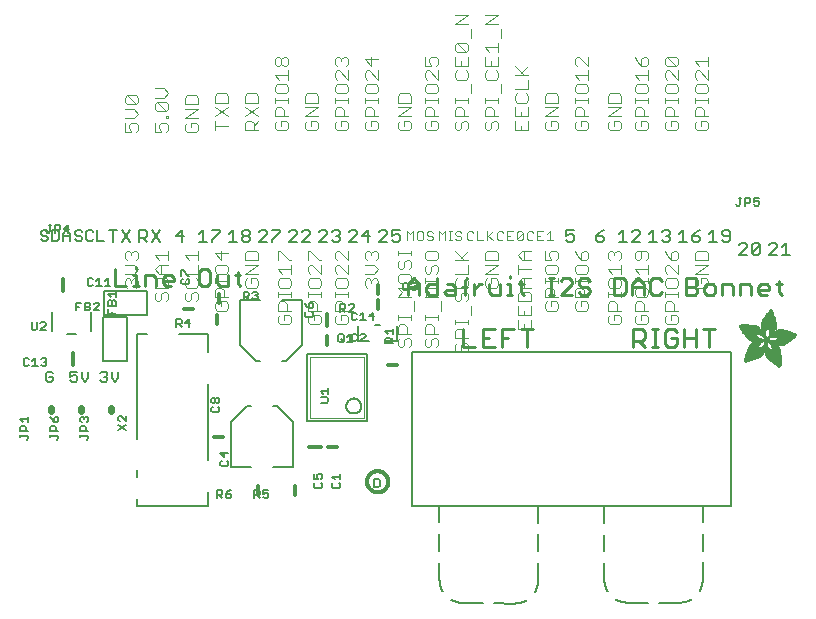
<source format=gbr>
G04 EAGLE Gerber RS-274X export*
G75*
%MOMM*%
%FSLAX34Y34*%
%LPD*%
%INSilkscreen Top*%
%IPPOS*%
%AMOC8*
5,1,8,0,0,1.08239X$1,22.5*%
G01*
%ADD10C,0.609600*%
%ADD11C,0.254000*%
%ADD12C,0.228600*%
%ADD13C,0.152400*%
%ADD14C,0.127000*%
%ADD15C,0.101600*%
%ADD16C,0.304800*%
%ADD17C,0.203200*%
%ADD18C,0.050800*%
%ADD19R,0.068600X0.007600*%
%ADD20R,0.114300X0.007600*%
%ADD21R,0.152400X0.007700*%
%ADD22R,0.182900X0.007600*%
%ADD23R,0.205700X0.007600*%
%ADD24R,0.228600X0.007600*%
%ADD25R,0.259100X0.007600*%
%ADD26R,0.274300X0.007700*%
%ADD27R,0.289500X0.007600*%
%ADD28R,0.304800X0.007600*%
%ADD29R,0.320100X0.007600*%
%ADD30R,0.342900X0.007600*%
%ADD31R,0.350500X0.007700*%
%ADD32R,0.365800X0.007600*%
%ADD33R,0.381000X0.007600*%
%ADD34R,0.388600X0.007600*%
%ADD35R,0.403800X0.007600*%
%ADD36R,0.419100X0.007700*%
%ADD37R,0.426700X0.007600*%
%ADD38R,0.441900X0.007600*%
%ADD39R,0.449600X0.007600*%
%ADD40R,0.464800X0.007600*%
%ADD41R,0.480000X0.007700*%
%ADD42R,0.487600X0.007600*%
%ADD43R,0.495300X0.007600*%
%ADD44R,0.510500X0.007600*%
%ADD45R,0.518100X0.007600*%
%ADD46R,0.525700X0.007700*%
%ADD47R,0.541000X0.007600*%
%ADD48R,0.548600X0.007600*%
%ADD49R,0.563800X0.007600*%
%ADD50R,0.571500X0.007600*%
%ADD51R,0.579100X0.007700*%
%ADD52R,0.594300X0.007600*%
%ADD53R,0.601900X0.007600*%
%ADD54R,0.609600X0.007600*%
%ADD55R,0.624800X0.007600*%
%ADD56R,0.632400X0.007700*%
%ADD57R,0.640000X0.007600*%
%ADD58R,0.655300X0.007600*%
%ADD59R,0.662900X0.007600*%
%ADD60R,0.678100X0.007600*%
%ADD61R,0.685800X0.007700*%
%ADD62R,0.693400X0.007600*%
%ADD63R,0.708600X0.007600*%
%ADD64R,0.716200X0.007600*%
%ADD65R,0.723900X0.007600*%
%ADD66R,0.739100X0.007700*%
%ADD67R,0.746700X0.007600*%
%ADD68R,0.754300X0.007600*%
%ADD69R,0.769600X0.007600*%
%ADD70R,0.777200X0.007600*%
%ADD71R,0.792400X0.007700*%
%ADD72R,0.800100X0.007600*%
%ADD73R,0.807700X0.007600*%
%ADD74R,0.822900X0.007600*%
%ADD75R,0.830500X0.007600*%
%ADD76R,0.838200X0.007700*%
%ADD77R,0.091500X0.007600*%
%ADD78R,0.853400X0.007600*%
%ADD79R,0.144700X0.007600*%
%ADD80R,0.861000X0.007600*%
%ADD81R,0.190500X0.007600*%
%ADD82R,0.876300X0.007600*%
%ADD83R,0.221000X0.007600*%
%ADD84R,0.883900X0.007600*%
%ADD85R,0.259000X0.007700*%
%ADD86R,0.891500X0.007700*%
%ADD87R,0.289600X0.007600*%
%ADD88R,0.906700X0.007600*%
%ADD89R,0.914400X0.007600*%
%ADD90R,0.350500X0.007600*%
%ADD91R,0.922000X0.007600*%
%ADD92R,0.937200X0.007600*%
%ADD93R,0.411400X0.007700*%
%ADD94R,0.944800X0.007700*%
%ADD95R,0.434300X0.007600*%
%ADD96R,0.952500X0.007600*%
%ADD97R,0.464900X0.007600*%
%ADD98R,0.967700X0.007600*%
%ADD99R,0.975300X0.007600*%
%ADD100R,0.518200X0.007600*%
%ADD101R,0.990600X0.007600*%
%ADD102R,0.548600X0.007700*%
%ADD103R,0.998200X0.007700*%
%ADD104R,1.005800X0.007600*%
%ADD105R,0.594400X0.007600*%
%ADD106R,1.021000X0.007600*%
%ADD107R,0.617200X0.007600*%
%ADD108R,1.028700X0.007600*%
%ADD109R,0.647700X0.007600*%
%ADD110R,1.036300X0.007600*%
%ADD111R,0.670500X0.007700*%
%ADD112R,1.051500X0.007700*%
%ADD113R,1.059100X0.007600*%
%ADD114R,0.716300X0.007600*%
%ADD115R,1.066800X0.007600*%
%ADD116R,0.739100X0.007600*%
%ADD117R,1.074400X0.007600*%
%ADD118R,0.762000X0.007600*%
%ADD119R,1.089600X0.007600*%
%ADD120R,0.784800X0.007700*%
%ADD121R,1.097200X0.007700*%
%ADD122R,1.104900X0.007600*%
%ADD123R,0.830600X0.007600*%
%ADD124R,1.112500X0.007600*%
%ADD125R,0.845800X0.007600*%
%ADD126R,1.120100X0.007600*%
%ADD127R,0.868700X0.007600*%
%ADD128R,1.127700X0.007600*%
%ADD129R,1.135300X0.007700*%
%ADD130R,1.143000X0.007600*%
%ADD131R,0.944900X0.007600*%
%ADD132R,1.150600X0.007600*%
%ADD133R,0.960100X0.007600*%
%ADD134R,1.158200X0.007600*%
%ADD135R,0.983000X0.007600*%
%ADD136R,1.165800X0.007600*%
%ADD137R,1.005900X0.007700*%
%ADD138R,1.173400X0.007700*%
%ADD139R,1.021100X0.007600*%
%ADD140R,1.181100X0.007600*%
%ADD141R,1.044000X0.007600*%
%ADD142R,1.188700X0.007600*%
%ADD143R,1.196300X0.007600*%
%ADD144R,1.082000X0.007600*%
%ADD145R,1.203900X0.007600*%
%ADD146R,1.104900X0.007700*%
%ADD147R,1.211500X0.007700*%
%ADD148R,1.211500X0.007600*%
%ADD149R,1.219200X0.007600*%
%ADD150R,1.226800X0.007600*%
%ADD151R,1.234400X0.007600*%
%ADD152R,1.188700X0.007700*%
%ADD153R,1.242000X0.007700*%
%ADD154R,1.242000X0.007600*%
%ADD155R,1.211600X0.007600*%
%ADD156R,1.249600X0.007600*%
%ADD157R,1.257300X0.007600*%
%ADD158R,1.264900X0.007600*%
%ADD159R,1.242100X0.007700*%
%ADD160R,1.264900X0.007700*%
%ADD161R,1.272500X0.007600*%
%ADD162R,1.265000X0.007600*%
%ADD163R,1.280100X0.007600*%
%ADD164R,1.272600X0.007600*%
%ADD165R,1.287700X0.007600*%
%ADD166R,1.287800X0.007600*%
%ADD167R,1.295400X0.007700*%
%ADD168R,1.303000X0.007600*%
%ADD169R,1.318200X0.007600*%
%ADD170R,1.310600X0.007600*%
%ADD171R,1.325900X0.007600*%
%ADD172R,1.341100X0.007700*%
%ADD173R,1.318200X0.007700*%
%ADD174R,1.341100X0.007600*%
%ADD175R,1.325800X0.007600*%
%ADD176R,1.348700X0.007600*%
%ADD177R,1.364000X0.007600*%
%ADD178R,1.333500X0.007600*%
%ADD179R,1.371600X0.007700*%
%ADD180R,1.379200X0.007600*%
%ADD181R,1.379300X0.007600*%
%ADD182R,1.386900X0.007600*%
%ADD183R,1.394500X0.007600*%
%ADD184R,1.356300X0.007600*%
%ADD185R,1.394400X0.007700*%
%ADD186R,1.356300X0.007700*%
%ADD187R,1.402000X0.007600*%
%ADD188R,1.409700X0.007600*%
%ADD189R,1.363900X0.007600*%
%ADD190R,1.417300X0.007600*%
%ADD191R,1.371600X0.007600*%
%ADD192R,1.424900X0.007700*%
%ADD193R,1.424900X0.007600*%
%ADD194R,1.432600X0.007600*%
%ADD195R,1.440200X0.007600*%
%ADD196R,1.386800X0.007600*%
%ADD197R,1.447800X0.007700*%
%ADD198R,1.386800X0.007700*%
%ADD199R,1.447800X0.007600*%
%ADD200R,1.455500X0.007600*%
%ADD201R,1.394400X0.007600*%
%ADD202R,1.463100X0.007600*%
%ADD203R,1.455400X0.007700*%
%ADD204R,1.463000X0.007600*%
%ADD205R,1.470600X0.007600*%
%ADD206R,1.470600X0.007700*%
%ADD207R,1.409700X0.007700*%
%ADD208R,1.470700X0.007600*%
%ADD209R,1.402100X0.007600*%
%ADD210R,1.478300X0.007600*%
%ADD211R,1.478300X0.007700*%
%ADD212R,1.402100X0.007700*%
%ADD213R,1.485900X0.007600*%
%ADD214R,1.485900X0.007700*%
%ADD215R,1.493500X0.007700*%
%ADD216R,1.493500X0.007600*%
%ADD217R,1.394500X0.007700*%
%ADD218R,1.493600X0.007700*%
%ADD219R,1.386900X0.007700*%
%ADD220R,1.379200X0.007700*%
%ADD221R,2.857500X0.007700*%
%ADD222R,2.857500X0.007600*%
%ADD223R,2.849900X0.007600*%
%ADD224R,2.842300X0.007600*%
%ADD225R,2.834700X0.007700*%
%ADD226R,2.827000X0.007600*%
%ADD227R,2.819400X0.007600*%
%ADD228R,2.811800X0.007600*%
%ADD229R,2.811800X0.007700*%
%ADD230R,2.804100X0.007600*%
%ADD231R,2.796500X0.007600*%
%ADD232R,1.966000X0.007600*%
%ADD233R,1.943100X0.007600*%
%ADD234R,0.754400X0.007600*%
%ADD235R,1.927900X0.007700*%
%ADD236R,0.746700X0.007700*%
%ADD237R,1.912600X0.007600*%
%ADD238R,0.731500X0.007600*%
%ADD239R,1.905000X0.007600*%
%ADD240R,1.882200X0.007600*%
%ADD241R,1.874600X0.007600*%
%ADD242R,1.866900X0.007700*%
%ADD243R,0.708700X0.007700*%
%ADD244R,1.851600X0.007600*%
%ADD245R,0.701100X0.007600*%
%ADD246R,1.844000X0.007600*%
%ADD247R,1.836400X0.007600*%
%ADD248R,1.821200X0.007600*%
%ADD249R,0.685800X0.007600*%
%ADD250R,1.813500X0.007700*%
%ADD251R,1.805900X0.007600*%
%ADD252R,0.678200X0.007600*%
%ADD253R,1.790700X0.007600*%
%ADD254R,0.670600X0.007600*%
%ADD255R,1.775500X0.007600*%
%ADD256R,1.767900X0.007700*%
%ADD257R,0.663000X0.007700*%
%ADD258R,1.760200X0.007600*%
%ADD259R,1.752600X0.007600*%
%ADD260R,0.937300X0.007600*%
%ADD261R,0.792500X0.007600*%
%ADD262R,0.899100X0.007600*%
%ADD263R,0.883900X0.007700*%
%ADD264R,0.716300X0.007700*%
%ADD265R,0.647700X0.007700*%
%ADD266R,0.640100X0.007600*%
%ADD267R,0.632500X0.007600*%
%ADD268R,0.655400X0.007600*%
%ADD269R,0.632400X0.007600*%
%ADD270R,0.845800X0.007700*%
%ADD271R,0.617200X0.007700*%
%ADD272R,0.624800X0.007700*%
%ADD273R,0.602000X0.007600*%
%ADD274R,0.838200X0.007600*%
%ADD275R,0.586700X0.007600*%
%ADD276R,0.548700X0.007600*%
%ADD277R,0.830500X0.007700*%
%ADD278R,0.541000X0.007700*%
%ADD279R,0.594300X0.007700*%
%ADD280R,0.525800X0.007600*%
%ADD281R,0.586800X0.007600*%
%ADD282R,0.815300X0.007600*%
%ADD283R,0.579200X0.007600*%
%ADD284R,0.815400X0.007600*%
%ADD285R,0.815400X0.007700*%
%ADD286R,0.571500X0.007700*%
%ADD287R,0.807800X0.007600*%
%ADD288R,0.563900X0.007600*%
%ADD289R,0.457200X0.007600*%
%ADD290R,0.442000X0.007600*%
%ADD291R,0.556300X0.007600*%
%ADD292R,0.807700X0.007700*%
%ADD293R,0.411500X0.007600*%
%ADD294R,0.533400X0.007600*%
%ADD295R,0.076200X0.007600*%
%ADD296R,0.403900X0.007600*%
%ADD297R,0.525700X0.007600*%
%ADD298R,0.388700X0.007600*%
%ADD299R,0.297200X0.007600*%
%ADD300R,0.373400X0.007700*%
%ADD301R,0.503000X0.007700*%
%ADD302R,0.426800X0.007700*%
%ADD303R,0.358100X0.007600*%
%ADD304R,0.502900X0.007600*%
%ADD305R,0.472400X0.007600*%
%ADD306R,0.487700X0.007600*%
%ADD307R,0.335300X0.007600*%
%ADD308R,0.792500X0.007700*%
%ADD309R,0.327600X0.007700*%
%ADD310R,0.472400X0.007700*%
%ADD311R,0.640000X0.007700*%
%ADD312R,0.784800X0.007600*%
%ADD313R,0.320000X0.007600*%
%ADD314R,0.792400X0.007600*%
%ADD315R,1.173400X0.007600*%
%ADD316R,1.196400X0.007600*%
%ADD317R,0.784900X0.007600*%
%ADD318R,0.784900X0.007700*%
%ADD319R,0.297200X0.007700*%
%ADD320R,1.249700X0.007600*%
%ADD321R,0.281900X0.007600*%
%ADD322R,1.295400X0.007600*%
%ADD323R,0.266700X0.007600*%
%ADD324R,0.777300X0.007700*%
%ADD325R,0.266700X0.007700*%
%ADD326R,1.333500X0.007700*%
%ADD327R,0.777300X0.007600*%
%ADD328R,1.348800X0.007600*%
%ADD329R,0.251500X0.007600*%
%ADD330R,0.243900X0.007700*%
%ADD331R,0.243900X0.007600*%
%ADD332R,1.440100X0.007600*%
%ADD333R,0.236200X0.007600*%
%ADD334R,0.762000X0.007700*%
%ADD335R,0.236200X0.007700*%
%ADD336R,1.508700X0.007700*%
%ADD337R,1.531600X0.007600*%
%ADD338R,1.546900X0.007600*%
%ADD339R,1.569700X0.007600*%
%ADD340R,1.585000X0.007600*%
%ADD341R,0.746800X0.007700*%
%ADD342R,1.607800X0.007700*%
%ADD343R,0.243800X0.007600*%
%ADD344R,1.630700X0.007600*%
%ADD345R,1.653500X0.007600*%
%ADD346R,0.739200X0.007600*%
%ADD347R,1.684000X0.007600*%
%ADD348R,2.019300X0.007600*%
%ADD349R,0.731500X0.007700*%
%ADD350R,2.026900X0.007700*%
%ADD351R,2.049800X0.007600*%
%ADD352R,2.057400X0.007600*%
%ADD353R,0.708700X0.007600*%
%ADD354R,2.072600X0.007600*%
%ADD355R,0.701000X0.007600*%
%ADD356R,2.095500X0.007600*%
%ADD357R,0.693500X0.007700*%
%ADD358R,2.110800X0.007700*%
%ADD359R,2.141200X0.007600*%
%ADD360R,0.060900X0.007600*%
%ADD361R,2.872700X0.007600*%
%ADD362R,3.124200X0.007600*%
%ADD363R,3.177600X0.007600*%
%ADD364R,3.215600X0.007700*%
%ADD365R,3.253700X0.007600*%
%ADD366R,3.284300X0.007600*%
%ADD367R,3.314700X0.007600*%
%ADD368R,3.352800X0.007600*%
%ADD369R,3.375600X0.007700*%
%ADD370R,3.406200X0.007600*%
%ADD371R,3.429000X0.007600*%
%ADD372R,3.451800X0.007600*%
%ADD373R,3.482400X0.007600*%
%ADD374R,1.828800X0.007700*%
%ADD375R,1.539300X0.007700*%
%ADD376R,1.767900X0.007600*%
%ADD377R,1.767800X0.007600*%
%ADD378R,1.760200X0.007700*%
%ADD379R,1.760300X0.007600*%
%ADD380R,1.775400X0.007700*%
%ADD381R,1.379300X0.007700*%
%ADD382R,1.783000X0.007600*%
%ADD383R,1.813500X0.007600*%
%ADD384R,1.821100X0.007700*%
%ADD385R,0.503000X0.007600*%
%ADD386R,1.135400X0.007600*%
%ADD387R,1.127700X0.007700*%
%ADD388R,0.487700X0.007700*%
%ADD389R,1.120200X0.007600*%
%ADD390R,1.097300X0.007600*%
%ADD391R,0.510600X0.007600*%
%ADD392R,1.074400X0.007700*%
%ADD393R,0.525800X0.007700*%
%ADD394R,1.440200X0.007700*%
%ADD395R,1.059200X0.007600*%
%ADD396R,1.051600X0.007600*%
%ADD397R,1.051500X0.007600*%
%ADD398R,1.043900X0.007700*%
%ADD399R,0.602000X0.007700*%
%ADD400R,1.524000X0.007600*%
%ADD401R,1.539300X0.007600*%
%ADD402R,1.592600X0.007600*%
%ADD403R,1.021100X0.007700*%
%ADD404R,1.615400X0.007700*%
%ADD405R,1.013400X0.007600*%
%ADD406R,1.653600X0.007600*%
%ADD407R,1.013500X0.007600*%
%ADD408R,1.699300X0.007600*%
%ADD409R,2.743200X0.007600*%
%ADD410R,1.005900X0.007600*%
%ADD411R,2.415500X0.007600*%
%ADD412R,1.005800X0.007700*%
%ADD413R,0.281900X0.007700*%
%ADD414R,2.408000X0.007700*%
%ADD415R,2.407900X0.007600*%
%ADD416R,0.998200X0.007600*%
%ADD417R,0.282000X0.007600*%
%ADD418R,0.998300X0.007600*%
%ADD419R,2.400300X0.007600*%
%ADD420R,0.289500X0.007700*%
%ADD421R,2.400300X0.007700*%
%ADD422R,0.297100X0.007600*%
%ADD423R,0.312400X0.007600*%
%ADD424R,2.392700X0.007600*%
%ADD425R,0.990600X0.007700*%
%ADD426R,0.327700X0.007700*%
%ADD427R,2.392700X0.007700*%
%ADD428R,2.385100X0.007600*%
%ADD429R,0.381000X0.007700*%
%ADD430R,2.377400X0.007700*%
%ADD431R,2.377400X0.007600*%
%ADD432R,2.369800X0.007600*%
%ADD433R,0.419100X0.007600*%
%ADD434R,2.362200X0.007600*%
%ADD435R,0.426800X0.007600*%
%ADD436R,1.036300X0.007700*%
%ADD437R,0.442000X0.007700*%
%ADD438R,2.354600X0.007700*%
%ADD439R,2.354600X0.007600*%
%ADD440R,0.480100X0.007600*%
%ADD441R,2.347000X0.007600*%
%ADD442R,1.074500X0.007600*%
%ADD443R,2.339400X0.007600*%
%ADD444R,1.082100X0.007700*%
%ADD445R,0.548700X0.007700*%
%ADD446R,2.331800X0.007700*%
%ADD447R,2.331800X0.007600*%
%ADD448R,0.624900X0.007600*%
%ADD449R,2.324100X0.007600*%
%ADD450R,1.859300X0.007600*%
%ADD451R,2.308800X0.007600*%
%ADD452R,2.301200X0.007700*%
%ADD453R,2.301200X0.007600*%
%ADD454R,2.293600X0.007600*%
%ADD455R,2.278400X0.007600*%
%ADD456R,1.889800X0.007600*%
%ADD457R,2.270700X0.007600*%
%ADD458R,1.897400X0.007700*%
%ADD459R,2.255500X0.007700*%
%ADD460R,1.897400X0.007600*%
%ADD461R,2.247900X0.007600*%
%ADD462R,2.232600X0.007600*%
%ADD463R,1.912700X0.007600*%
%ADD464R,2.209800X0.007600*%
%ADD465R,1.920300X0.007600*%
%ADD466R,2.186900X0.007600*%
%ADD467R,1.920300X0.007700*%
%ADD468R,2.171700X0.007700*%
%ADD469R,1.935500X0.007600*%
%ADD470R,2.148800X0.007600*%
%ADD471R,2.126000X0.007600*%
%ADD472R,1.950700X0.007600*%
%ADD473R,1.958400X0.007700*%
%ADD474R,2.042200X0.007700*%
%ADD475R,1.973600X0.007600*%
%ADD476R,1.996500X0.007600*%
%ADD477R,1.981200X0.007600*%
%ADD478R,1.988800X0.007600*%
%ADD479R,1.996400X0.007700*%
%ADD480R,1.996400X0.007600*%
%ADD481R,2.004100X0.007600*%
%ADD482R,1.874500X0.007600*%
%ADD483R,1.425000X0.007600*%
%ADD484R,2.026900X0.007600*%
%ADD485R,0.434400X0.007700*%
%ADD486R,1.364000X0.007700*%
%ADD487R,2.034500X0.007600*%
%ADD488R,0.434400X0.007600*%
%ADD489R,2.049700X0.007600*%
%ADD490R,2.065000X0.007700*%
%ADD491R,0.464800X0.007700*%
%ADD492R,1.196300X0.007700*%
%ADD493R,2.080300X0.007600*%
%ADD494R,1.158300X0.007600*%
%ADD495R,2.087900X0.007600*%
%ADD496R,0.472500X0.007600*%
%ADD497R,2.103100X0.007600*%
%ADD498R,2.118400X0.007600*%
%ADD499R,2.133600X0.007600*%
%ADD500R,2.148800X0.007700*%
%ADD501R,2.164000X0.007600*%
%ADD502R,2.171700X0.007600*%
%ADD503R,2.187000X0.007600*%
%ADD504R,0.556200X0.007600*%
%ADD505R,2.202200X0.007700*%
%ADD506R,0.556200X0.007700*%
%ADD507R,0.640100X0.007700*%
%ADD508R,0.579100X0.007600*%
%ADD509R,0.480000X0.007600*%
%ADD510R,1.752600X0.007700*%
%ADD511R,0.487600X0.007700*%
%ADD512R,0.594400X0.007700*%
%ADD513R,0.358100X0.007700*%
%ADD514R,0.099000X0.007600*%
%ADD515R,1.280200X0.007600*%
%ADD516R,1.745000X0.007600*%
%ADD517R,1.744900X0.007600*%
%ADD518R,1.737300X0.007700*%
%ADD519R,1.737400X0.007600*%
%ADD520R,1.729800X0.007600*%
%ADD521R,1.722200X0.007600*%
%ADD522R,1.722100X0.007600*%
%ADD523R,1.714500X0.007700*%
%ADD524R,1.356400X0.007700*%
%ADD525R,1.706900X0.007600*%
%ADD526R,1.356400X0.007600*%
%ADD527R,1.691700X0.007600*%
%ADD528R,1.668800X0.007700*%
%ADD529R,1.645900X0.007600*%
%ADD530R,1.623100X0.007600*%
%ADD531R,1.577400X0.007600*%
%ADD532R,1.554400X0.007600*%
%ADD533R,1.539200X0.007600*%
%ADD534R,1.524000X0.007700*%
%ADD535R,1.501100X0.007600*%
%ADD536R,1.455400X0.007600*%
%ADD537R,1.348800X0.007700*%
%ADD538R,1.318300X0.007600*%
%ADD539R,1.310600X0.007700*%
%ADD540R,1.287800X0.007700*%
%ADD541R,1.234500X0.007600*%
%ADD542R,1.226900X0.007600*%
%ADD543R,1.173500X0.007700*%
%ADD544R,1.173500X0.007600*%
%ADD545R,1.165900X0.007600*%
%ADD546R,1.143000X0.007700*%
%ADD547R,1.127800X0.007600*%
%ADD548R,1.097200X0.007600*%
%ADD549R,1.028700X0.007700*%
%ADD550R,0.982900X0.007600*%
%ADD551R,0.952500X0.007700*%
%ADD552R,0.929600X0.007600*%
%ADD553R,0.906800X0.007700*%
%ADD554R,0.906800X0.007600*%
%ADD555R,0.899200X0.007600*%
%ADD556R,0.884000X0.007600*%
%ADD557R,0.876300X0.007700*%
%ADD558R,0.830600X0.007700*%
%ADD559R,0.754400X0.007700*%
%ADD560R,0.746800X0.007600*%
%ADD561R,0.708600X0.007700*%
%ADD562R,0.678200X0.007700*%
%ADD563R,0.663000X0.007600*%
%ADD564R,0.632500X0.007700*%
%ADD565R,0.556300X0.007700*%
%ADD566R,0.518200X0.007700*%
%ADD567R,0.434300X0.007700*%
%ADD568R,0.396300X0.007700*%
%ADD569R,0.373300X0.007600*%
%ADD570R,0.365700X0.007600*%
%ADD571R,0.327700X0.007600*%
%ADD572R,0.304800X0.007700*%
%ADD573R,0.274300X0.007600*%
%ADD574R,0.243800X0.007700*%
%ADD575R,0.205800X0.007600*%
%ADD576R,0.152400X0.007600*%
%ADD577R,0.121900X0.007700*%


D10*
X13970Y80010D02*
X13970Y82550D01*
X39370Y82550D02*
X39370Y80010D01*
X64770Y80010D02*
X64770Y82550D01*
D11*
X506630Y134620D02*
X506630Y149873D01*
X514256Y149873D01*
X516798Y147331D01*
X516798Y142247D01*
X514256Y139704D01*
X506630Y139704D01*
X511714Y139704D02*
X516798Y134620D01*
X523001Y134620D02*
X528086Y134620D01*
X525543Y134620D02*
X525543Y149873D01*
X523001Y149873D02*
X528086Y149873D01*
X541542Y149873D02*
X544084Y147331D01*
X541542Y149873D02*
X536458Y149873D01*
X533916Y147331D01*
X533916Y137162D01*
X536458Y134620D01*
X541542Y134620D01*
X544084Y137162D01*
X544084Y142247D01*
X539000Y142247D01*
X550287Y149873D02*
X550287Y134620D01*
X550287Y142247D02*
X560456Y142247D01*
X560456Y149873D02*
X560456Y134620D01*
X571743Y134620D02*
X571743Y149873D01*
X566659Y149873D02*
X576827Y149873D01*
X363497Y149873D02*
X363497Y134620D01*
X373666Y134620D01*
X379868Y149873D02*
X390037Y149873D01*
X379868Y149873D02*
X379868Y134620D01*
X390037Y134620D01*
X384953Y142247D02*
X379868Y142247D01*
X396240Y149873D02*
X396240Y134620D01*
X396240Y149873D02*
X406409Y149873D01*
X401324Y142247D02*
X396240Y142247D01*
X417696Y149873D02*
X417696Y134620D01*
X412612Y149873D02*
X422780Y149873D01*
D12*
X316503Y178308D02*
X316503Y187799D01*
X321249Y192544D01*
X325994Y187799D01*
X325994Y178308D01*
X325994Y185426D02*
X316503Y185426D01*
X341196Y192544D02*
X341196Y178308D01*
X334078Y178308D01*
X331705Y180681D01*
X331705Y185426D01*
X334078Y187799D01*
X341196Y187799D01*
X349280Y187799D02*
X354026Y187799D01*
X356398Y185426D01*
X356398Y178308D01*
X349280Y178308D01*
X346908Y180681D01*
X349280Y183053D01*
X356398Y183053D01*
X364482Y178308D02*
X364482Y190171D01*
X366855Y192544D01*
X366855Y185426D02*
X362110Y185426D01*
X372244Y187799D02*
X372244Y178308D01*
X372244Y183053D02*
X376990Y187799D01*
X379363Y187799D01*
X384913Y187799D02*
X384913Y180681D01*
X387286Y178308D01*
X394404Y178308D01*
X394404Y187799D01*
X400115Y187799D02*
X402488Y187799D01*
X402488Y178308D01*
X400115Y178308D02*
X404861Y178308D01*
X402488Y192544D02*
X402488Y194917D01*
X412623Y190171D02*
X412623Y180681D01*
X414995Y178308D01*
X414995Y187799D02*
X410250Y187799D01*
X435587Y178308D02*
X440332Y178308D01*
X437960Y178308D02*
X437960Y192544D01*
X440332Y192544D02*
X435587Y192544D01*
X445722Y178308D02*
X455212Y178308D01*
X445722Y178308D02*
X455212Y187799D01*
X455212Y190171D01*
X452840Y192544D01*
X448094Y192544D01*
X445722Y190171D01*
X468042Y192544D02*
X470415Y190171D01*
X468042Y192544D02*
X463297Y192544D01*
X460924Y190171D01*
X460924Y187799D01*
X463297Y185426D01*
X468042Y185426D01*
X470415Y183053D01*
X470415Y180681D01*
X468042Y178308D01*
X463297Y178308D01*
X460924Y180681D01*
X491328Y178308D02*
X491328Y192544D01*
X491328Y178308D02*
X498446Y178308D01*
X500819Y180681D01*
X500819Y190171D01*
X498446Y192544D01*
X491328Y192544D01*
X506530Y187799D02*
X506530Y178308D01*
X506530Y187799D02*
X511276Y192544D01*
X516021Y187799D01*
X516021Y178308D01*
X516021Y185426D02*
X506530Y185426D01*
X528851Y192544D02*
X531223Y190171D01*
X528851Y192544D02*
X524105Y192544D01*
X521733Y190171D01*
X521733Y180681D01*
X524105Y178308D01*
X528851Y178308D01*
X531223Y180681D01*
X552137Y178308D02*
X552137Y192544D01*
X559255Y192544D01*
X561628Y190171D01*
X561628Y187799D01*
X559255Y185426D01*
X561628Y183053D01*
X561628Y180681D01*
X559255Y178308D01*
X552137Y178308D01*
X552137Y185426D02*
X559255Y185426D01*
X569712Y178308D02*
X574457Y178308D01*
X576830Y180681D01*
X576830Y185426D01*
X574457Y187799D01*
X569712Y187799D01*
X567339Y185426D01*
X567339Y180681D01*
X569712Y178308D01*
X582541Y178308D02*
X582541Y187799D01*
X589659Y187799D01*
X592032Y185426D01*
X592032Y178308D01*
X597744Y178308D02*
X597744Y187799D01*
X604862Y187799D01*
X607234Y185426D01*
X607234Y178308D01*
X615318Y178308D02*
X620064Y178308D01*
X615318Y178308D02*
X612946Y180681D01*
X612946Y185426D01*
X615318Y187799D01*
X620064Y187799D01*
X622436Y185426D01*
X622436Y183053D01*
X612946Y183053D01*
X630521Y180681D02*
X630521Y190171D01*
X630521Y180681D02*
X632893Y178308D01*
X632893Y187799D02*
X628148Y187799D01*
D13*
X15817Y112105D02*
X14376Y113545D01*
X11495Y113545D01*
X10054Y112105D01*
X10054Y106343D01*
X11495Y104902D01*
X14376Y104902D01*
X15817Y106343D01*
X15817Y109224D01*
X12936Y109224D01*
X30777Y113545D02*
X36539Y113545D01*
X30777Y113545D02*
X30777Y109224D01*
X33658Y110664D01*
X35099Y110664D01*
X36539Y109224D01*
X36539Y106343D01*
X35099Y104902D01*
X32217Y104902D01*
X30777Y106343D01*
X40132Y107783D02*
X40132Y113545D01*
X40132Y107783D02*
X43013Y104902D01*
X45894Y107783D01*
X45894Y113545D01*
X56177Y112105D02*
X57617Y113545D01*
X60499Y113545D01*
X61939Y112105D01*
X61939Y110664D01*
X60499Y109224D01*
X59058Y109224D01*
X60499Y109224D02*
X61939Y107783D01*
X61939Y106343D01*
X60499Y104902D01*
X57617Y104902D01*
X56177Y106343D01*
X65532Y107783D02*
X65532Y113545D01*
X65532Y107783D02*
X68413Y104902D01*
X71294Y107783D01*
X71294Y113545D01*
D14*
X11584Y231570D02*
X10101Y233053D01*
X7135Y233053D01*
X5652Y231570D01*
X5652Y230087D01*
X7135Y228604D01*
X10101Y228604D01*
X11584Y227121D01*
X11584Y225638D01*
X10101Y224155D01*
X7135Y224155D01*
X5652Y225638D01*
X15007Y224155D02*
X15007Y233053D01*
X15007Y224155D02*
X19456Y224155D01*
X20939Y225638D01*
X20939Y231570D01*
X19456Y233053D01*
X15007Y233053D01*
X24363Y230087D02*
X24363Y224155D01*
X24363Y230087D02*
X27328Y233053D01*
X30294Y230087D01*
X30294Y224155D01*
X30294Y228604D02*
X24363Y228604D01*
X39311Y233053D02*
X40794Y231570D01*
X39311Y233053D02*
X36345Y233053D01*
X34862Y231570D01*
X34862Y230087D01*
X36345Y228604D01*
X39311Y228604D01*
X40794Y227121D01*
X40794Y225638D01*
X39311Y224155D01*
X36345Y224155D01*
X34862Y225638D01*
X48666Y233053D02*
X50149Y231570D01*
X48666Y233053D02*
X45700Y233053D01*
X44217Y231570D01*
X44217Y225638D01*
X45700Y224155D01*
X48666Y224155D01*
X50149Y225638D01*
X53573Y224155D02*
X53573Y233053D01*
X53573Y224155D02*
X59504Y224155D01*
X67160Y223520D02*
X67160Y233689D01*
X63770Y233689D02*
X70550Y233689D01*
X74295Y233689D02*
X81074Y223520D01*
X74295Y223520D02*
X81074Y233689D01*
X89170Y233689D02*
X89170Y223520D01*
X89170Y233689D02*
X94255Y233689D01*
X95950Y231994D01*
X95950Y228604D01*
X94255Y226910D01*
X89170Y226910D01*
X92560Y226910D02*
X95950Y223520D01*
X106474Y223520D02*
X99695Y233689D01*
X106474Y233689D02*
X99695Y223520D01*
X124917Y223520D02*
X124917Y233689D01*
X119833Y228604D01*
X126612Y228604D01*
X139970Y230299D02*
X143360Y233689D01*
X143360Y223520D01*
X139970Y223520D02*
X146750Y223520D01*
X150495Y233689D02*
X157274Y233689D01*
X157274Y231994D01*
X150495Y225215D01*
X150495Y223520D01*
X165370Y230299D02*
X168760Y233689D01*
X168760Y223520D01*
X165370Y223520D02*
X172150Y223520D01*
X175895Y231994D02*
X177590Y233689D01*
X180979Y233689D01*
X182674Y231994D01*
X182674Y230299D01*
X180979Y228604D01*
X182674Y226910D01*
X182674Y225215D01*
X180979Y223520D01*
X177590Y223520D01*
X175895Y225215D01*
X175895Y226910D01*
X177590Y228604D01*
X175895Y230299D01*
X175895Y231994D01*
X177590Y228604D02*
X180979Y228604D01*
X190770Y223520D02*
X197550Y223520D01*
X197550Y230299D02*
X190770Y223520D01*
X197550Y230299D02*
X197550Y231994D01*
X195855Y233689D01*
X192465Y233689D01*
X190770Y231994D01*
X201295Y233689D02*
X208074Y233689D01*
X208074Y231994D01*
X201295Y225215D01*
X201295Y223520D01*
X216170Y223520D02*
X222950Y223520D01*
X222950Y230299D02*
X216170Y223520D01*
X222950Y230299D02*
X222950Y231994D01*
X221255Y233689D01*
X217865Y233689D01*
X216170Y231994D01*
X226695Y223520D02*
X233474Y223520D01*
X226695Y223520D02*
X233474Y230299D01*
X233474Y231994D01*
X231779Y233689D01*
X228390Y233689D01*
X226695Y231994D01*
X241570Y223520D02*
X248350Y223520D01*
X248350Y230299D02*
X241570Y223520D01*
X248350Y230299D02*
X248350Y231994D01*
X246655Y233689D01*
X243265Y233689D01*
X241570Y231994D01*
X252095Y231994D02*
X253790Y233689D01*
X257179Y233689D01*
X258874Y231994D01*
X258874Y230299D01*
X257179Y228604D01*
X255485Y228604D01*
X257179Y228604D02*
X258874Y226910D01*
X258874Y225215D01*
X257179Y223520D01*
X253790Y223520D01*
X252095Y225215D01*
X266970Y223520D02*
X273750Y223520D01*
X273750Y230299D02*
X266970Y223520D01*
X273750Y230299D02*
X273750Y231994D01*
X272055Y233689D01*
X268665Y233689D01*
X266970Y231994D01*
X282579Y233689D02*
X282579Y223520D01*
X277495Y228604D02*
X282579Y233689D01*
X284274Y228604D02*
X277495Y228604D01*
X292370Y223520D02*
X299150Y223520D01*
X299150Y230299D02*
X292370Y223520D01*
X299150Y230299D02*
X299150Y231994D01*
X297455Y233689D01*
X294065Y233689D01*
X292370Y231994D01*
X302895Y233689D02*
X309674Y233689D01*
X302895Y233689D02*
X302895Y228604D01*
X306285Y230299D01*
X307979Y230299D01*
X309674Y228604D01*
X309674Y225215D01*
X307979Y223520D01*
X304590Y223520D01*
X302895Y225215D01*
D15*
X315889Y224663D02*
X315889Y232544D01*
X318516Y229917D01*
X321143Y232544D01*
X321143Y224663D01*
X325389Y232544D02*
X328015Y232544D01*
X325389Y232544D02*
X324075Y231230D01*
X324075Y225976D01*
X325389Y224663D01*
X328015Y224663D01*
X329329Y225976D01*
X329329Y231230D01*
X328015Y232544D01*
X336201Y232544D02*
X337515Y231230D01*
X336201Y232544D02*
X333574Y232544D01*
X332261Y231230D01*
X332261Y229917D01*
X333574Y228603D01*
X336201Y228603D01*
X337515Y227290D01*
X337515Y225976D01*
X336201Y224663D01*
X333574Y224663D01*
X332261Y225976D01*
X342654Y224663D02*
X342654Y232544D01*
X345281Y229917D01*
X347907Y232544D01*
X347907Y224663D01*
X350839Y224663D02*
X353466Y224663D01*
X352153Y224663D02*
X352153Y232544D01*
X353466Y232544D02*
X350839Y232544D01*
X360237Y232544D02*
X361550Y231230D01*
X360237Y232544D02*
X357610Y232544D01*
X356297Y231230D01*
X356297Y229917D01*
X357610Y228603D01*
X360237Y228603D01*
X361550Y227290D01*
X361550Y225976D01*
X360237Y224663D01*
X357610Y224663D01*
X356297Y225976D01*
X370630Y232544D02*
X371943Y231230D01*
X370630Y232544D02*
X368003Y232544D01*
X366689Y231230D01*
X366689Y225976D01*
X368003Y224663D01*
X370630Y224663D01*
X371943Y225976D01*
X374875Y224663D02*
X374875Y232544D01*
X374875Y224663D02*
X380129Y224663D01*
X383061Y224663D02*
X383061Y232544D01*
X383061Y227290D02*
X388315Y232544D01*
X384374Y228603D02*
X388315Y224663D01*
X396030Y232544D02*
X397343Y231230D01*
X396030Y232544D02*
X393403Y232544D01*
X392089Y231230D01*
X392089Y225976D01*
X393403Y224663D01*
X396030Y224663D01*
X397343Y225976D01*
X400275Y232544D02*
X405529Y232544D01*
X400275Y232544D02*
X400275Y224663D01*
X405529Y224663D01*
X402902Y228603D02*
X400275Y228603D01*
X408461Y225976D02*
X408461Y231230D01*
X409774Y232544D01*
X412401Y232544D01*
X413715Y231230D01*
X413715Y225976D01*
X412401Y224663D01*
X409774Y224663D01*
X408461Y225976D01*
X413715Y231230D01*
X421430Y232544D02*
X422743Y231230D01*
X421430Y232544D02*
X418803Y232544D01*
X417489Y231230D01*
X417489Y225976D01*
X418803Y224663D01*
X421430Y224663D01*
X422743Y225976D01*
X425675Y232544D02*
X430929Y232544D01*
X425675Y232544D02*
X425675Y224663D01*
X430929Y224663D01*
X428302Y228603D02*
X425675Y228603D01*
X433861Y229917D02*
X436488Y232544D01*
X436488Y224663D01*
X433861Y224663D02*
X439115Y224663D01*
D14*
X450033Y233689D02*
X456812Y233689D01*
X450033Y233689D02*
X450033Y228604D01*
X453422Y230299D01*
X455117Y230299D01*
X456812Y228604D01*
X456812Y225215D01*
X455117Y223520D01*
X451727Y223520D01*
X450033Y225215D01*
X478822Y231994D02*
X482212Y233689D01*
X478822Y231994D02*
X475433Y228604D01*
X475433Y225215D01*
X477127Y223520D01*
X480517Y223520D01*
X482212Y225215D01*
X482212Y226910D01*
X480517Y228604D01*
X475433Y228604D01*
X495570Y230299D02*
X498960Y233689D01*
X498960Y223520D01*
X495570Y223520D02*
X502350Y223520D01*
X506095Y223520D02*
X512874Y223520D01*
X506095Y223520D02*
X512874Y230299D01*
X512874Y231994D01*
X511179Y233689D01*
X507790Y233689D01*
X506095Y231994D01*
X520970Y230299D02*
X524360Y233689D01*
X524360Y223520D01*
X520970Y223520D02*
X527750Y223520D01*
X531495Y231994D02*
X533190Y233689D01*
X536579Y233689D01*
X538274Y231994D01*
X538274Y230299D01*
X536579Y228604D01*
X534885Y228604D01*
X536579Y228604D02*
X538274Y226910D01*
X538274Y225215D01*
X536579Y223520D01*
X533190Y223520D01*
X531495Y225215D01*
X546370Y230299D02*
X549760Y233689D01*
X549760Y223520D01*
X546370Y223520D02*
X553150Y223520D01*
X560285Y231994D02*
X563674Y233689D01*
X560285Y231994D02*
X556895Y228604D01*
X556895Y225215D01*
X558590Y223520D01*
X561979Y223520D01*
X563674Y225215D01*
X563674Y226910D01*
X561979Y228604D01*
X556895Y228604D01*
X571770Y230299D02*
X575160Y233689D01*
X575160Y223520D01*
X571770Y223520D02*
X578550Y223520D01*
X582295Y225215D02*
X583990Y223520D01*
X587379Y223520D01*
X589074Y225215D01*
X589074Y231994D01*
X587379Y233689D01*
X583990Y233689D01*
X582295Y231994D01*
X582295Y230299D01*
X583990Y228604D01*
X589074Y228604D01*
X597170Y212090D02*
X603950Y212090D01*
X603950Y218869D02*
X597170Y212090D01*
X603950Y218869D02*
X603950Y220564D01*
X602255Y222259D01*
X598865Y222259D01*
X597170Y220564D01*
X607695Y220564D02*
X607695Y213785D01*
X607695Y220564D02*
X609390Y222259D01*
X612779Y222259D01*
X614474Y220564D01*
X614474Y213785D01*
X612779Y212090D01*
X609390Y212090D01*
X607695Y213785D01*
X614474Y220564D01*
X622570Y212090D02*
X629350Y212090D01*
X629350Y218869D02*
X622570Y212090D01*
X629350Y218869D02*
X629350Y220564D01*
X627655Y222259D01*
X624265Y222259D01*
X622570Y220564D01*
X633095Y218869D02*
X636485Y222259D01*
X636485Y212090D01*
X639874Y212090D02*
X633095Y212090D01*
D12*
X68592Y200164D02*
X68592Y185928D01*
X78082Y185928D01*
X83794Y195419D02*
X86167Y195419D01*
X86167Y185928D01*
X88539Y185928D02*
X83794Y185928D01*
X86167Y200164D02*
X86167Y202537D01*
X93929Y195419D02*
X93929Y185928D01*
X93929Y195419D02*
X101047Y195419D01*
X103419Y193046D01*
X103419Y185928D01*
X111503Y185928D02*
X116249Y185928D01*
X111503Y185928D02*
X109131Y188301D01*
X109131Y193046D01*
X111503Y195419D01*
X116249Y195419D01*
X118622Y193046D01*
X118622Y190673D01*
X109131Y190673D01*
X141908Y200164D02*
X146653Y200164D01*
X141908Y200164D02*
X139535Y197791D01*
X139535Y188301D01*
X141908Y185928D01*
X146653Y185928D01*
X149026Y188301D01*
X149026Y197791D01*
X146653Y200164D01*
X154737Y195419D02*
X154737Y188301D01*
X157110Y185928D01*
X164228Y185928D01*
X164228Y195419D01*
X172312Y197791D02*
X172312Y188301D01*
X174685Y185928D01*
X174685Y195419D02*
X169940Y195419D01*
D15*
X76574Y316362D02*
X76574Y324158D01*
X76574Y316362D02*
X82421Y316362D01*
X80472Y320260D01*
X80472Y322209D01*
X82421Y324158D01*
X86319Y324158D01*
X88268Y322209D01*
X88268Y318311D01*
X86319Y316362D01*
X84370Y328056D02*
X76574Y328056D01*
X84370Y328056D02*
X88268Y331954D01*
X84370Y335852D01*
X76574Y335852D01*
X78523Y339750D02*
X86319Y339750D01*
X78523Y339750D02*
X76574Y341699D01*
X76574Y345597D01*
X78523Y347546D01*
X86319Y347546D01*
X88268Y345597D01*
X88268Y341699D01*
X86319Y339750D01*
X78523Y347546D01*
X101974Y324158D02*
X101974Y316362D01*
X107821Y316362D01*
X105872Y320260D01*
X105872Y322209D01*
X107821Y324158D01*
X111719Y324158D01*
X113668Y322209D01*
X113668Y318311D01*
X111719Y316362D01*
X111719Y328056D02*
X113668Y328056D01*
X111719Y328056D02*
X111719Y330005D01*
X113668Y330005D01*
X113668Y328056D01*
X111719Y333903D02*
X103923Y333903D01*
X101974Y335852D01*
X101974Y339750D01*
X103923Y341699D01*
X111719Y341699D01*
X113668Y339750D01*
X113668Y335852D01*
X111719Y333903D01*
X103923Y341699D01*
X101974Y345597D02*
X109770Y345597D01*
X113668Y349495D01*
X109770Y353393D01*
X101974Y353393D01*
X129323Y324158D02*
X127374Y322209D01*
X127374Y318311D01*
X129323Y316362D01*
X137119Y316362D01*
X139068Y318311D01*
X139068Y322209D01*
X137119Y324158D01*
X133221Y324158D01*
X133221Y320260D01*
X139068Y328056D02*
X127374Y328056D01*
X139068Y335852D01*
X127374Y335852D01*
X127374Y339750D02*
X139068Y339750D01*
X139068Y345597D01*
X137119Y347546D01*
X129323Y347546D01*
X127374Y345597D01*
X127374Y339750D01*
X152774Y321784D02*
X164468Y321784D01*
X152774Y317886D02*
X152774Y325682D01*
X152774Y329580D02*
X164468Y337376D01*
X164468Y329580D02*
X152774Y337376D01*
X152774Y341274D02*
X164468Y341274D01*
X164468Y347121D01*
X162519Y349070D01*
X154723Y349070D01*
X152774Y347121D01*
X152774Y341274D01*
X178174Y317886D02*
X189868Y317886D01*
X178174Y317886D02*
X178174Y323733D01*
X180123Y325682D01*
X184021Y325682D01*
X185970Y323733D01*
X185970Y317886D01*
X185970Y321784D02*
X189868Y325682D01*
X189868Y337376D02*
X178174Y329580D01*
X178174Y337376D02*
X189868Y329580D01*
X189868Y341274D02*
X178174Y341274D01*
X189868Y341274D02*
X189868Y347121D01*
X187919Y349070D01*
X180123Y349070D01*
X178174Y347121D01*
X178174Y341274D01*
X203574Y323733D02*
X205523Y325682D01*
X203574Y323733D02*
X203574Y319835D01*
X205523Y317886D01*
X213319Y317886D01*
X215268Y319835D01*
X215268Y323733D01*
X213319Y325682D01*
X209421Y325682D01*
X209421Y321784D01*
X215268Y329580D02*
X203574Y329580D01*
X203574Y335427D01*
X205523Y337376D01*
X209421Y337376D01*
X211370Y335427D01*
X211370Y329580D01*
X215268Y341274D02*
X215268Y345172D01*
X215268Y343223D02*
X203574Y343223D01*
X203574Y341274D02*
X203574Y345172D01*
X203574Y351019D02*
X203574Y354917D01*
X203574Y351019D02*
X205523Y349070D01*
X213319Y349070D01*
X215268Y351019D01*
X215268Y354917D01*
X213319Y356866D01*
X205523Y356866D01*
X203574Y354917D01*
X207472Y360764D02*
X203574Y364662D01*
X215268Y364662D01*
X215268Y360764D02*
X215268Y368560D01*
X205523Y372458D02*
X203574Y374407D01*
X203574Y378305D01*
X205523Y380254D01*
X207472Y380254D01*
X209421Y378305D01*
X211370Y380254D01*
X213319Y380254D01*
X215268Y378305D01*
X215268Y374407D01*
X213319Y372458D01*
X211370Y372458D01*
X209421Y374407D01*
X207472Y372458D01*
X205523Y372458D01*
X209421Y374407D02*
X209421Y378305D01*
X230923Y325682D02*
X228974Y323733D01*
X228974Y319835D01*
X230923Y317886D01*
X238719Y317886D01*
X240668Y319835D01*
X240668Y323733D01*
X238719Y325682D01*
X234821Y325682D01*
X234821Y321784D01*
X240668Y329580D02*
X228974Y329580D01*
X240668Y337376D01*
X228974Y337376D01*
X228974Y341274D02*
X240668Y341274D01*
X240668Y347121D01*
X238719Y349070D01*
X230923Y349070D01*
X228974Y347121D01*
X228974Y341274D01*
X254374Y323733D02*
X256323Y325682D01*
X254374Y323733D02*
X254374Y319835D01*
X256323Y317886D01*
X264119Y317886D01*
X266068Y319835D01*
X266068Y323733D01*
X264119Y325682D01*
X260221Y325682D01*
X260221Y321784D01*
X266068Y329580D02*
X254374Y329580D01*
X254374Y335427D01*
X256323Y337376D01*
X260221Y337376D01*
X262170Y335427D01*
X262170Y329580D01*
X266068Y341274D02*
X266068Y345172D01*
X266068Y343223D02*
X254374Y343223D01*
X254374Y341274D02*
X254374Y345172D01*
X254374Y351019D02*
X254374Y354917D01*
X254374Y351019D02*
X256323Y349070D01*
X264119Y349070D01*
X266068Y351019D01*
X266068Y354917D01*
X264119Y356866D01*
X256323Y356866D01*
X254374Y354917D01*
X266068Y360764D02*
X266068Y368560D01*
X266068Y360764D02*
X258272Y368560D01*
X256323Y368560D01*
X254374Y366611D01*
X254374Y362713D01*
X256323Y360764D01*
X256323Y372458D02*
X254374Y374407D01*
X254374Y378305D01*
X256323Y380254D01*
X258272Y380254D01*
X260221Y378305D01*
X260221Y376356D01*
X260221Y378305D02*
X262170Y380254D01*
X264119Y380254D01*
X266068Y378305D01*
X266068Y374407D01*
X264119Y372458D01*
X281723Y325682D02*
X279774Y323733D01*
X279774Y319835D01*
X281723Y317886D01*
X289519Y317886D01*
X291468Y319835D01*
X291468Y323733D01*
X289519Y325682D01*
X285621Y325682D01*
X285621Y321784D01*
X291468Y329580D02*
X279774Y329580D01*
X279774Y335427D01*
X281723Y337376D01*
X285621Y337376D01*
X287570Y335427D01*
X287570Y329580D01*
X291468Y341274D02*
X291468Y345172D01*
X291468Y343223D02*
X279774Y343223D01*
X279774Y341274D02*
X279774Y345172D01*
X279774Y351019D02*
X279774Y354917D01*
X279774Y351019D02*
X281723Y349070D01*
X289519Y349070D01*
X291468Y351019D01*
X291468Y354917D01*
X289519Y356866D01*
X281723Y356866D01*
X279774Y354917D01*
X291468Y360764D02*
X291468Y368560D01*
X291468Y360764D02*
X283672Y368560D01*
X281723Y368560D01*
X279774Y366611D01*
X279774Y362713D01*
X281723Y360764D01*
X279774Y378305D02*
X291468Y378305D01*
X285621Y372458D02*
X279774Y378305D01*
X285621Y380254D02*
X285621Y372458D01*
X309663Y325682D02*
X307714Y323733D01*
X307714Y319835D01*
X309663Y317886D01*
X317459Y317886D01*
X319408Y319835D01*
X319408Y323733D01*
X317459Y325682D01*
X313561Y325682D01*
X313561Y321784D01*
X319408Y329580D02*
X307714Y329580D01*
X319408Y337376D01*
X307714Y337376D01*
X307714Y341274D02*
X319408Y341274D01*
X319408Y347121D01*
X317459Y349070D01*
X309663Y349070D01*
X307714Y347121D01*
X307714Y341274D01*
X330574Y323733D02*
X332523Y325682D01*
X330574Y323733D02*
X330574Y319835D01*
X332523Y317886D01*
X340319Y317886D01*
X342268Y319835D01*
X342268Y323733D01*
X340319Y325682D01*
X336421Y325682D01*
X336421Y321784D01*
X342268Y329580D02*
X330574Y329580D01*
X330574Y335427D01*
X332523Y337376D01*
X336421Y337376D01*
X338370Y335427D01*
X338370Y329580D01*
X342268Y341274D02*
X342268Y345172D01*
X342268Y343223D02*
X330574Y343223D01*
X330574Y341274D02*
X330574Y345172D01*
X330574Y351019D02*
X330574Y354917D01*
X330574Y351019D02*
X332523Y349070D01*
X340319Y349070D01*
X342268Y351019D01*
X342268Y354917D01*
X340319Y356866D01*
X332523Y356866D01*
X330574Y354917D01*
X342268Y360764D02*
X342268Y368560D01*
X342268Y360764D02*
X334472Y368560D01*
X332523Y368560D01*
X330574Y366611D01*
X330574Y362713D01*
X332523Y360764D01*
X330574Y372458D02*
X330574Y380254D01*
X330574Y372458D02*
X336421Y372458D01*
X334472Y376356D01*
X334472Y378305D01*
X336421Y380254D01*
X340319Y380254D01*
X342268Y378305D01*
X342268Y374407D01*
X340319Y372458D01*
X357923Y325682D02*
X355974Y323733D01*
X355974Y319835D01*
X357923Y317886D01*
X359872Y317886D01*
X361821Y319835D01*
X361821Y323733D01*
X363770Y325682D01*
X365719Y325682D01*
X367668Y323733D01*
X367668Y319835D01*
X365719Y317886D01*
X367668Y329580D02*
X355974Y329580D01*
X355974Y335427D01*
X357923Y337376D01*
X361821Y337376D01*
X363770Y335427D01*
X363770Y329580D01*
X367668Y341274D02*
X367668Y345172D01*
X367668Y343223D02*
X355974Y343223D01*
X355974Y341274D02*
X355974Y345172D01*
X369617Y349070D02*
X369617Y356866D01*
X357923Y368560D02*
X355974Y366611D01*
X355974Y362713D01*
X357923Y360764D01*
X365719Y360764D01*
X367668Y362713D01*
X367668Y366611D01*
X365719Y368560D01*
X355974Y372458D02*
X355974Y380254D01*
X355974Y372458D02*
X367668Y372458D01*
X367668Y380254D01*
X361821Y376356D02*
X361821Y372458D01*
X365719Y384152D02*
X357923Y384152D01*
X355974Y386101D01*
X355974Y389999D01*
X357923Y391948D01*
X365719Y391948D01*
X367668Y389999D01*
X367668Y386101D01*
X365719Y384152D01*
X357923Y391948D01*
X369617Y395846D02*
X369617Y403642D01*
X367668Y407540D02*
X355974Y407540D01*
X367668Y415336D01*
X355974Y415336D01*
X383323Y325682D02*
X381374Y323733D01*
X381374Y319835D01*
X383323Y317886D01*
X385272Y317886D01*
X387221Y319835D01*
X387221Y323733D01*
X389170Y325682D01*
X391119Y325682D01*
X393068Y323733D01*
X393068Y319835D01*
X391119Y317886D01*
X393068Y329580D02*
X381374Y329580D01*
X381374Y335427D01*
X383323Y337376D01*
X387221Y337376D01*
X389170Y335427D01*
X389170Y329580D01*
X393068Y341274D02*
X393068Y345172D01*
X393068Y343223D02*
X381374Y343223D01*
X381374Y341274D02*
X381374Y345172D01*
X395017Y349070D02*
X395017Y356866D01*
X383323Y368560D02*
X381374Y366611D01*
X381374Y362713D01*
X383323Y360764D01*
X391119Y360764D01*
X393068Y362713D01*
X393068Y366611D01*
X391119Y368560D01*
X381374Y372458D02*
X381374Y380254D01*
X381374Y372458D02*
X393068Y372458D01*
X393068Y380254D01*
X387221Y376356D02*
X387221Y372458D01*
X385272Y384152D02*
X381374Y388050D01*
X393068Y388050D01*
X393068Y384152D02*
X393068Y391948D01*
X395017Y395846D02*
X395017Y403642D01*
X393068Y407540D02*
X381374Y407540D01*
X393068Y415336D01*
X381374Y415336D01*
X78523Y184760D02*
X76574Y186709D01*
X76574Y190607D01*
X78523Y192556D01*
X80472Y192556D01*
X82421Y190607D01*
X82421Y188658D01*
X82421Y190607D02*
X84370Y192556D01*
X86319Y192556D01*
X88268Y190607D01*
X88268Y186709D01*
X86319Y184760D01*
X84370Y196454D02*
X76574Y196454D01*
X84370Y196454D02*
X88268Y200352D01*
X84370Y204250D01*
X76574Y204250D01*
X78523Y208148D02*
X76574Y210097D01*
X76574Y213995D01*
X78523Y215944D01*
X80472Y215944D01*
X82421Y213995D01*
X82421Y212046D01*
X82421Y213995D02*
X84370Y215944D01*
X86319Y215944D01*
X88268Y213995D01*
X88268Y210097D01*
X86319Y208148D01*
X103923Y180862D02*
X101974Y178913D01*
X101974Y175015D01*
X103923Y173066D01*
X105872Y173066D01*
X107821Y175015D01*
X107821Y178913D01*
X109770Y180862D01*
X111719Y180862D01*
X113668Y178913D01*
X113668Y175015D01*
X111719Y173066D01*
X113668Y184760D02*
X101974Y184760D01*
X113668Y184760D02*
X113668Y190607D01*
X111719Y192556D01*
X103923Y192556D01*
X101974Y190607D01*
X101974Y184760D01*
X105872Y196454D02*
X113668Y196454D01*
X105872Y196454D02*
X101974Y200352D01*
X105872Y204250D01*
X113668Y204250D01*
X107821Y204250D02*
X107821Y196454D01*
X105872Y208148D02*
X101974Y212046D01*
X113668Y212046D01*
X113668Y208148D02*
X113668Y215944D01*
X129323Y180862D02*
X127374Y178913D01*
X127374Y175015D01*
X129323Y173066D01*
X131272Y173066D01*
X133221Y175015D01*
X133221Y178913D01*
X135170Y180862D01*
X137119Y180862D01*
X139068Y178913D01*
X139068Y175015D01*
X137119Y173066D01*
X127374Y190607D02*
X129323Y192556D01*
X127374Y190607D02*
X127374Y186709D01*
X129323Y184760D01*
X137119Y184760D01*
X139068Y186709D01*
X139068Y190607D01*
X137119Y192556D01*
X139068Y196454D02*
X127374Y196454D01*
X139068Y196454D02*
X139068Y204250D01*
X131272Y208148D02*
X127374Y212046D01*
X139068Y212046D01*
X139068Y208148D02*
X139068Y215944D01*
X154723Y173066D02*
X152774Y171117D01*
X152774Y167219D01*
X154723Y165270D01*
X162519Y165270D01*
X164468Y167219D01*
X164468Y171117D01*
X162519Y173066D01*
X158621Y173066D01*
X158621Y169168D01*
X164468Y176964D02*
X152774Y176964D01*
X152774Y182811D01*
X154723Y184760D01*
X158621Y184760D01*
X160570Y182811D01*
X160570Y176964D01*
X164468Y188658D02*
X164468Y192556D01*
X164468Y190607D02*
X152774Y190607D01*
X152774Y188658D02*
X152774Y192556D01*
X152774Y198403D02*
X152774Y202301D01*
X152774Y198403D02*
X154723Y196454D01*
X162519Y196454D01*
X164468Y198403D01*
X164468Y202301D01*
X162519Y204250D01*
X154723Y204250D01*
X152774Y202301D01*
X152774Y213995D02*
X164468Y213995D01*
X158621Y208148D02*
X152774Y213995D01*
X158621Y215944D02*
X158621Y208148D01*
X178174Y190607D02*
X180123Y192556D01*
X178174Y190607D02*
X178174Y186709D01*
X180123Y184760D01*
X187919Y184760D01*
X189868Y186709D01*
X189868Y190607D01*
X187919Y192556D01*
X184021Y192556D01*
X184021Y188658D01*
X189868Y196454D02*
X178174Y196454D01*
X189868Y204250D01*
X178174Y204250D01*
X178174Y208148D02*
X189868Y208148D01*
X189868Y213995D01*
X187919Y215944D01*
X180123Y215944D01*
X178174Y213995D01*
X178174Y208148D01*
X208063Y161372D02*
X206114Y159423D01*
X206114Y155525D01*
X208063Y153576D01*
X215859Y153576D01*
X217808Y155525D01*
X217808Y159423D01*
X215859Y161372D01*
X211961Y161372D01*
X211961Y157474D01*
X217808Y165270D02*
X206114Y165270D01*
X206114Y171117D01*
X208063Y173066D01*
X211961Y173066D01*
X213910Y171117D01*
X213910Y165270D01*
X217808Y176964D02*
X217808Y180862D01*
X217808Y178913D02*
X206114Y178913D01*
X206114Y176964D02*
X206114Y180862D01*
X206114Y186709D02*
X206114Y190607D01*
X206114Y186709D02*
X208063Y184760D01*
X215859Y184760D01*
X217808Y186709D01*
X217808Y190607D01*
X215859Y192556D01*
X208063Y192556D01*
X206114Y190607D01*
X210012Y196454D02*
X206114Y200352D01*
X217808Y200352D01*
X217808Y196454D02*
X217808Y204250D01*
X206114Y208148D02*
X206114Y215944D01*
X208063Y215944D01*
X215859Y208148D01*
X217808Y208148D01*
X233463Y161372D02*
X231514Y159423D01*
X231514Y155525D01*
X233463Y153576D01*
X241259Y153576D01*
X243208Y155525D01*
X243208Y159423D01*
X241259Y161372D01*
X237361Y161372D01*
X237361Y157474D01*
X243208Y165270D02*
X231514Y165270D01*
X231514Y171117D01*
X233463Y173066D01*
X237361Y173066D01*
X239310Y171117D01*
X239310Y165270D01*
X243208Y176964D02*
X243208Y180862D01*
X243208Y178913D02*
X231514Y178913D01*
X231514Y176964D02*
X231514Y180862D01*
X231514Y186709D02*
X231514Y190607D01*
X231514Y186709D02*
X233463Y184760D01*
X241259Y184760D01*
X243208Y186709D01*
X243208Y190607D01*
X241259Y192556D01*
X233463Y192556D01*
X231514Y190607D01*
X243208Y196454D02*
X243208Y204250D01*
X243208Y196454D02*
X235412Y204250D01*
X233463Y204250D01*
X231514Y202301D01*
X231514Y198403D01*
X233463Y196454D01*
X231514Y208148D02*
X231514Y215944D01*
X233463Y215944D01*
X241259Y208148D01*
X243208Y208148D01*
X256323Y161372D02*
X254374Y159423D01*
X254374Y155525D01*
X256323Y153576D01*
X264119Y153576D01*
X266068Y155525D01*
X266068Y159423D01*
X264119Y161372D01*
X260221Y161372D01*
X260221Y157474D01*
X266068Y165270D02*
X254374Y165270D01*
X254374Y171117D01*
X256323Y173066D01*
X260221Y173066D01*
X262170Y171117D01*
X262170Y165270D01*
X266068Y176964D02*
X266068Y180862D01*
X266068Y178913D02*
X254374Y178913D01*
X254374Y176964D02*
X254374Y180862D01*
X254374Y186709D02*
X254374Y190607D01*
X254374Y186709D02*
X256323Y184760D01*
X264119Y184760D01*
X266068Y186709D01*
X266068Y190607D01*
X264119Y192556D01*
X256323Y192556D01*
X254374Y190607D01*
X266068Y196454D02*
X266068Y204250D01*
X266068Y196454D02*
X258272Y204250D01*
X256323Y204250D01*
X254374Y202301D01*
X254374Y198403D01*
X256323Y196454D01*
X266068Y208148D02*
X266068Y215944D01*
X266068Y208148D02*
X258272Y215944D01*
X256323Y215944D01*
X254374Y213995D01*
X254374Y210097D01*
X256323Y208148D01*
X279774Y186709D02*
X281723Y184760D01*
X279774Y186709D02*
X279774Y190607D01*
X281723Y192556D01*
X283672Y192556D01*
X285621Y190607D01*
X285621Y188658D01*
X285621Y190607D02*
X287570Y192556D01*
X289519Y192556D01*
X291468Y190607D01*
X291468Y186709D01*
X289519Y184760D01*
X287570Y196454D02*
X279774Y196454D01*
X287570Y196454D02*
X291468Y200352D01*
X287570Y204250D01*
X279774Y204250D01*
X281723Y208148D02*
X279774Y210097D01*
X279774Y213995D01*
X281723Y215944D01*
X283672Y215944D01*
X285621Y213995D01*
X285621Y212046D01*
X285621Y213995D02*
X287570Y215944D01*
X289519Y215944D01*
X291468Y213995D01*
X291468Y210097D01*
X289519Y208148D01*
X309663Y141882D02*
X307714Y139933D01*
X307714Y136035D01*
X309663Y134086D01*
X311612Y134086D01*
X313561Y136035D01*
X313561Y139933D01*
X315510Y141882D01*
X317459Y141882D01*
X319408Y139933D01*
X319408Y136035D01*
X317459Y134086D01*
X319408Y145780D02*
X307714Y145780D01*
X307714Y151627D01*
X309663Y153576D01*
X313561Y153576D01*
X315510Y151627D01*
X315510Y145780D01*
X319408Y157474D02*
X319408Y161372D01*
X319408Y159423D02*
X307714Y159423D01*
X307714Y157474D02*
X307714Y161372D01*
X321357Y165270D02*
X321357Y173066D01*
X319408Y176964D02*
X307714Y176964D01*
X311612Y180862D01*
X307714Y184760D01*
X319408Y184760D01*
X307714Y190607D02*
X307714Y194505D01*
X307714Y190607D02*
X309663Y188658D01*
X317459Y188658D01*
X319408Y190607D01*
X319408Y194505D01*
X317459Y196454D01*
X309663Y196454D01*
X307714Y194505D01*
X307714Y206199D02*
X309663Y208148D01*
X307714Y206199D02*
X307714Y202301D01*
X309663Y200352D01*
X311612Y200352D01*
X313561Y202301D01*
X313561Y206199D01*
X315510Y208148D01*
X317459Y208148D01*
X319408Y206199D01*
X319408Y202301D01*
X317459Y200352D01*
X319408Y212046D02*
X319408Y215944D01*
X319408Y213995D02*
X307714Y213995D01*
X307714Y212046D02*
X307714Y215944D01*
X332523Y141882D02*
X330574Y139933D01*
X330574Y136035D01*
X332523Y134086D01*
X334472Y134086D01*
X336421Y136035D01*
X336421Y139933D01*
X338370Y141882D01*
X340319Y141882D01*
X342268Y139933D01*
X342268Y136035D01*
X340319Y134086D01*
X342268Y145780D02*
X330574Y145780D01*
X330574Y151627D01*
X332523Y153576D01*
X336421Y153576D01*
X338370Y151627D01*
X338370Y145780D01*
X342268Y157474D02*
X342268Y161372D01*
X342268Y159423D02*
X330574Y159423D01*
X330574Y157474D02*
X330574Y161372D01*
X344217Y165270D02*
X344217Y173066D01*
X342268Y176964D02*
X330574Y176964D01*
X334472Y180862D01*
X330574Y184760D01*
X342268Y184760D01*
X342268Y188658D02*
X342268Y192556D01*
X342268Y190607D02*
X330574Y190607D01*
X330574Y188658D02*
X330574Y192556D01*
X330574Y202301D02*
X332523Y204250D01*
X330574Y202301D02*
X330574Y198403D01*
X332523Y196454D01*
X334472Y196454D01*
X336421Y198403D01*
X336421Y202301D01*
X338370Y204250D01*
X340319Y204250D01*
X342268Y202301D01*
X342268Y198403D01*
X340319Y196454D01*
X330574Y210097D02*
X330574Y213995D01*
X330574Y210097D02*
X332523Y208148D01*
X340319Y208148D01*
X342268Y210097D01*
X342268Y213995D01*
X340319Y215944D01*
X332523Y215944D01*
X330574Y213995D01*
X357923Y137984D02*
X355974Y136035D01*
X355974Y132137D01*
X357923Y130188D01*
X359872Y130188D01*
X361821Y132137D01*
X361821Y136035D01*
X363770Y137984D01*
X365719Y137984D01*
X367668Y136035D01*
X367668Y132137D01*
X365719Y130188D01*
X367668Y141882D02*
X355974Y141882D01*
X355974Y147729D01*
X357923Y149678D01*
X361821Y149678D01*
X363770Y147729D01*
X363770Y141882D01*
X367668Y153576D02*
X367668Y157474D01*
X367668Y155525D02*
X355974Y155525D01*
X355974Y153576D02*
X355974Y157474D01*
X369617Y161372D02*
X369617Y169168D01*
X357923Y180862D02*
X355974Y178913D01*
X355974Y175015D01*
X357923Y173066D01*
X359872Y173066D01*
X361821Y175015D01*
X361821Y178913D01*
X363770Y180862D01*
X365719Y180862D01*
X367668Y178913D01*
X367668Y175015D01*
X365719Y173066D01*
X355974Y190607D02*
X357923Y192556D01*
X355974Y190607D02*
X355974Y186709D01*
X357923Y184760D01*
X365719Y184760D01*
X367668Y186709D01*
X367668Y190607D01*
X365719Y192556D01*
X367668Y196454D02*
X355974Y196454D01*
X367668Y196454D02*
X367668Y204250D01*
X367668Y208148D02*
X355974Y208148D01*
X363770Y208148D02*
X355974Y215944D01*
X361821Y210097D02*
X367668Y215944D01*
X383323Y192556D02*
X381374Y190607D01*
X381374Y186709D01*
X383323Y184760D01*
X391119Y184760D01*
X393068Y186709D01*
X393068Y190607D01*
X391119Y192556D01*
X387221Y192556D01*
X387221Y188658D01*
X393068Y196454D02*
X381374Y196454D01*
X393068Y204250D01*
X381374Y204250D01*
X381374Y208148D02*
X393068Y208148D01*
X393068Y213995D01*
X391119Y215944D01*
X383323Y215944D01*
X381374Y213995D01*
X381374Y208148D01*
X406774Y317886D02*
X406774Y325682D01*
X406774Y317886D02*
X418468Y317886D01*
X418468Y325682D01*
X412621Y321784D02*
X412621Y317886D01*
X406774Y329580D02*
X406774Y337376D01*
X406774Y329580D02*
X418468Y329580D01*
X418468Y337376D01*
X412621Y333478D02*
X412621Y329580D01*
X406774Y347121D02*
X408723Y349070D01*
X406774Y347121D02*
X406774Y343223D01*
X408723Y341274D01*
X416519Y341274D01*
X418468Y343223D01*
X418468Y347121D01*
X416519Y349070D01*
X418468Y352968D02*
X406774Y352968D01*
X418468Y352968D02*
X418468Y360764D01*
X418468Y364662D02*
X406774Y364662D01*
X414570Y364662D02*
X406774Y372458D01*
X412621Y366611D02*
X418468Y372458D01*
X434123Y325682D02*
X432174Y323733D01*
X432174Y319835D01*
X434123Y317886D01*
X441919Y317886D01*
X443868Y319835D01*
X443868Y323733D01*
X441919Y325682D01*
X438021Y325682D01*
X438021Y321784D01*
X443868Y329580D02*
X432174Y329580D01*
X443868Y337376D01*
X432174Y337376D01*
X432174Y341274D02*
X443868Y341274D01*
X443868Y347121D01*
X441919Y349070D01*
X434123Y349070D01*
X432174Y347121D01*
X432174Y341274D01*
X457574Y323733D02*
X459523Y325682D01*
X457574Y323733D02*
X457574Y319835D01*
X459523Y317886D01*
X467319Y317886D01*
X469268Y319835D01*
X469268Y323733D01*
X467319Y325682D01*
X463421Y325682D01*
X463421Y321784D01*
X469268Y329580D02*
X457574Y329580D01*
X457574Y335427D01*
X459523Y337376D01*
X463421Y337376D01*
X465370Y335427D01*
X465370Y329580D01*
X469268Y341274D02*
X469268Y345172D01*
X469268Y343223D02*
X457574Y343223D01*
X457574Y341274D02*
X457574Y345172D01*
X457574Y351019D02*
X457574Y354917D01*
X457574Y351019D02*
X459523Y349070D01*
X467319Y349070D01*
X469268Y351019D01*
X469268Y354917D01*
X467319Y356866D01*
X459523Y356866D01*
X457574Y354917D01*
X461472Y360764D02*
X457574Y364662D01*
X469268Y364662D01*
X469268Y360764D02*
X469268Y368560D01*
X469268Y372458D02*
X469268Y380254D01*
X469268Y372458D02*
X461472Y380254D01*
X459523Y380254D01*
X457574Y378305D01*
X457574Y374407D01*
X459523Y372458D01*
X487463Y325682D02*
X485514Y323733D01*
X485514Y319835D01*
X487463Y317886D01*
X495259Y317886D01*
X497208Y319835D01*
X497208Y323733D01*
X495259Y325682D01*
X491361Y325682D01*
X491361Y321784D01*
X497208Y329580D02*
X485514Y329580D01*
X497208Y337376D01*
X485514Y337376D01*
X485514Y341274D02*
X497208Y341274D01*
X497208Y347121D01*
X495259Y349070D01*
X487463Y349070D01*
X485514Y347121D01*
X485514Y341274D01*
X508374Y323733D02*
X510323Y325682D01*
X508374Y323733D02*
X508374Y319835D01*
X510323Y317886D01*
X518119Y317886D01*
X520068Y319835D01*
X520068Y323733D01*
X518119Y325682D01*
X514221Y325682D01*
X514221Y321784D01*
X520068Y329580D02*
X508374Y329580D01*
X508374Y335427D01*
X510323Y337376D01*
X514221Y337376D01*
X516170Y335427D01*
X516170Y329580D01*
X520068Y341274D02*
X520068Y345172D01*
X520068Y343223D02*
X508374Y343223D01*
X508374Y341274D02*
X508374Y345172D01*
X508374Y351019D02*
X508374Y354917D01*
X508374Y351019D02*
X510323Y349070D01*
X518119Y349070D01*
X520068Y351019D01*
X520068Y354917D01*
X518119Y356866D01*
X510323Y356866D01*
X508374Y354917D01*
X512272Y360764D02*
X508374Y364662D01*
X520068Y364662D01*
X520068Y360764D02*
X520068Y368560D01*
X510323Y376356D02*
X508374Y380254D01*
X510323Y376356D02*
X514221Y372458D01*
X518119Y372458D01*
X520068Y374407D01*
X520068Y378305D01*
X518119Y380254D01*
X516170Y380254D01*
X514221Y378305D01*
X514221Y372458D01*
X535723Y325682D02*
X533774Y323733D01*
X533774Y319835D01*
X535723Y317886D01*
X543519Y317886D01*
X545468Y319835D01*
X545468Y323733D01*
X543519Y325682D01*
X539621Y325682D01*
X539621Y321784D01*
X545468Y329580D02*
X533774Y329580D01*
X533774Y335427D01*
X535723Y337376D01*
X539621Y337376D01*
X541570Y335427D01*
X541570Y329580D01*
X545468Y341274D02*
X545468Y345172D01*
X545468Y343223D02*
X533774Y343223D01*
X533774Y341274D02*
X533774Y345172D01*
X533774Y351019D02*
X533774Y354917D01*
X533774Y351019D02*
X535723Y349070D01*
X543519Y349070D01*
X545468Y351019D01*
X545468Y354917D01*
X543519Y356866D01*
X535723Y356866D01*
X533774Y354917D01*
X545468Y360764D02*
X545468Y368560D01*
X545468Y360764D02*
X537672Y368560D01*
X535723Y368560D01*
X533774Y366611D01*
X533774Y362713D01*
X535723Y360764D01*
X535723Y372458D02*
X543519Y372458D01*
X535723Y372458D02*
X533774Y374407D01*
X533774Y378305D01*
X535723Y380254D01*
X543519Y380254D01*
X545468Y378305D01*
X545468Y374407D01*
X543519Y372458D01*
X535723Y380254D01*
X561123Y325682D02*
X559174Y323733D01*
X559174Y319835D01*
X561123Y317886D01*
X568919Y317886D01*
X570868Y319835D01*
X570868Y323733D01*
X568919Y325682D01*
X565021Y325682D01*
X565021Y321784D01*
X570868Y329580D02*
X559174Y329580D01*
X559174Y335427D01*
X561123Y337376D01*
X565021Y337376D01*
X566970Y335427D01*
X566970Y329580D01*
X570868Y341274D02*
X570868Y345172D01*
X570868Y343223D02*
X559174Y343223D01*
X559174Y341274D02*
X559174Y345172D01*
X559174Y351019D02*
X559174Y354917D01*
X559174Y351019D02*
X561123Y349070D01*
X568919Y349070D01*
X570868Y351019D01*
X570868Y354917D01*
X568919Y356866D01*
X561123Y356866D01*
X559174Y354917D01*
X570868Y360764D02*
X570868Y368560D01*
X570868Y360764D02*
X563072Y368560D01*
X561123Y368560D01*
X559174Y366611D01*
X559174Y362713D01*
X561123Y360764D01*
X563072Y372458D02*
X559174Y376356D01*
X570868Y376356D01*
X570868Y372458D02*
X570868Y380254D01*
X409314Y157474D02*
X409314Y149678D01*
X421008Y149678D01*
X421008Y157474D01*
X415161Y153576D02*
X415161Y149678D01*
X409314Y161372D02*
X409314Y169168D01*
X409314Y161372D02*
X421008Y161372D01*
X421008Y169168D01*
X415161Y165270D02*
X415161Y161372D01*
X409314Y173066D02*
X421008Y173066D01*
X421008Y178913D01*
X419059Y180862D01*
X411263Y180862D01*
X409314Y178913D01*
X409314Y173066D01*
X413212Y184760D02*
X421008Y184760D01*
X413212Y184760D02*
X409314Y188658D01*
X413212Y192556D01*
X421008Y192556D01*
X415161Y192556D02*
X415161Y184760D01*
X421008Y200352D02*
X409314Y200352D01*
X409314Y196454D02*
X409314Y204250D01*
X413212Y208148D02*
X421008Y208148D01*
X413212Y208148D02*
X409314Y212046D01*
X413212Y215944D01*
X421008Y215944D01*
X415161Y215944D02*
X415161Y208148D01*
X434123Y173066D02*
X432174Y171117D01*
X432174Y167219D01*
X434123Y165270D01*
X441919Y165270D01*
X443868Y167219D01*
X443868Y171117D01*
X441919Y173066D01*
X438021Y173066D01*
X438021Y169168D01*
X443868Y176964D02*
X432174Y176964D01*
X432174Y182811D01*
X434123Y184760D01*
X438021Y184760D01*
X439970Y182811D01*
X439970Y176964D01*
X443868Y188658D02*
X443868Y192556D01*
X443868Y190607D02*
X432174Y190607D01*
X432174Y188658D02*
X432174Y192556D01*
X432174Y198403D02*
X432174Y202301D01*
X432174Y198403D02*
X434123Y196454D01*
X441919Y196454D01*
X443868Y198403D01*
X443868Y202301D01*
X441919Y204250D01*
X434123Y204250D01*
X432174Y202301D01*
X432174Y208148D02*
X432174Y215944D01*
X432174Y208148D02*
X438021Y208148D01*
X436072Y212046D01*
X436072Y213995D01*
X438021Y215944D01*
X441919Y215944D01*
X443868Y213995D01*
X443868Y210097D01*
X441919Y208148D01*
X459523Y173066D02*
X457574Y171117D01*
X457574Y167219D01*
X459523Y165270D01*
X467319Y165270D01*
X469268Y167219D01*
X469268Y171117D01*
X467319Y173066D01*
X463421Y173066D01*
X463421Y169168D01*
X469268Y176964D02*
X457574Y176964D01*
X457574Y182811D01*
X459523Y184760D01*
X463421Y184760D01*
X465370Y182811D01*
X465370Y176964D01*
X469268Y188658D02*
X469268Y192556D01*
X469268Y190607D02*
X457574Y190607D01*
X457574Y188658D02*
X457574Y192556D01*
X457574Y198403D02*
X457574Y202301D01*
X457574Y198403D02*
X459523Y196454D01*
X467319Y196454D01*
X469268Y198403D01*
X469268Y202301D01*
X467319Y204250D01*
X459523Y204250D01*
X457574Y202301D01*
X459523Y212046D02*
X457574Y215944D01*
X459523Y212046D02*
X463421Y208148D01*
X467319Y208148D01*
X469268Y210097D01*
X469268Y213995D01*
X467319Y215944D01*
X465370Y215944D01*
X463421Y213995D01*
X463421Y208148D01*
X487463Y161372D02*
X485514Y159423D01*
X485514Y155525D01*
X487463Y153576D01*
X495259Y153576D01*
X497208Y155525D01*
X497208Y159423D01*
X495259Y161372D01*
X491361Y161372D01*
X491361Y157474D01*
X497208Y165270D02*
X485514Y165270D01*
X485514Y171117D01*
X487463Y173066D01*
X491361Y173066D01*
X493310Y171117D01*
X493310Y165270D01*
X497208Y176964D02*
X497208Y180862D01*
X497208Y178913D02*
X485514Y178913D01*
X485514Y176964D02*
X485514Y180862D01*
X485514Y186709D02*
X485514Y190607D01*
X485514Y186709D02*
X487463Y184760D01*
X495259Y184760D01*
X497208Y186709D01*
X497208Y190607D01*
X495259Y192556D01*
X487463Y192556D01*
X485514Y190607D01*
X489412Y196454D02*
X485514Y200352D01*
X497208Y200352D01*
X497208Y196454D02*
X497208Y204250D01*
X487463Y208148D02*
X485514Y210097D01*
X485514Y213995D01*
X487463Y215944D01*
X489412Y215944D01*
X491361Y213995D01*
X491361Y212046D01*
X491361Y213995D02*
X493310Y215944D01*
X495259Y215944D01*
X497208Y213995D01*
X497208Y210097D01*
X495259Y208148D01*
X510323Y161372D02*
X508374Y159423D01*
X508374Y155525D01*
X510323Y153576D01*
X518119Y153576D01*
X520068Y155525D01*
X520068Y159423D01*
X518119Y161372D01*
X514221Y161372D01*
X514221Y157474D01*
X520068Y165270D02*
X508374Y165270D01*
X508374Y171117D01*
X510323Y173066D01*
X514221Y173066D01*
X516170Y171117D01*
X516170Y165270D01*
X508374Y178913D02*
X508374Y182811D01*
X508374Y178913D02*
X510323Y176964D01*
X518119Y176964D01*
X520068Y178913D01*
X520068Y182811D01*
X518119Y184760D01*
X510323Y184760D01*
X508374Y182811D01*
X520068Y188658D02*
X520068Y192556D01*
X520068Y190607D02*
X508374Y190607D01*
X508374Y188658D02*
X508374Y192556D01*
X512272Y196454D02*
X508374Y200352D01*
X520068Y200352D01*
X520068Y196454D02*
X520068Y204250D01*
X518119Y208148D02*
X520068Y210097D01*
X520068Y213995D01*
X518119Y215944D01*
X510323Y215944D01*
X508374Y213995D01*
X508374Y210097D01*
X510323Y208148D01*
X512272Y208148D01*
X514221Y210097D01*
X514221Y215944D01*
X535723Y161372D02*
X533774Y159423D01*
X533774Y155525D01*
X535723Y153576D01*
X543519Y153576D01*
X545468Y155525D01*
X545468Y159423D01*
X543519Y161372D01*
X539621Y161372D01*
X539621Y157474D01*
X545468Y165270D02*
X533774Y165270D01*
X533774Y171117D01*
X535723Y173066D01*
X539621Y173066D01*
X541570Y171117D01*
X541570Y165270D01*
X545468Y176964D02*
X545468Y180862D01*
X545468Y178913D02*
X533774Y178913D01*
X533774Y176964D02*
X533774Y180862D01*
X533774Y186709D02*
X533774Y190607D01*
X533774Y186709D02*
X535723Y184760D01*
X543519Y184760D01*
X545468Y186709D01*
X545468Y190607D01*
X543519Y192556D01*
X535723Y192556D01*
X533774Y190607D01*
X545468Y196454D02*
X545468Y204250D01*
X545468Y196454D02*
X537672Y204250D01*
X535723Y204250D01*
X533774Y202301D01*
X533774Y198403D01*
X535723Y196454D01*
X535723Y212046D02*
X533774Y215944D01*
X535723Y212046D02*
X539621Y208148D01*
X543519Y208148D01*
X545468Y210097D01*
X545468Y213995D01*
X543519Y215944D01*
X541570Y215944D01*
X539621Y213995D01*
X539621Y208148D01*
X559174Y190607D02*
X561123Y192556D01*
X559174Y190607D02*
X559174Y186709D01*
X561123Y184760D01*
X568919Y184760D01*
X570868Y186709D01*
X570868Y190607D01*
X568919Y192556D01*
X565021Y192556D01*
X565021Y188658D01*
X570868Y196454D02*
X559174Y196454D01*
X570868Y204250D01*
X559174Y204250D01*
X559174Y208148D02*
X570868Y208148D01*
X570868Y213995D01*
X568919Y215944D01*
X561123Y215944D01*
X559174Y213995D01*
X559174Y208148D01*
D16*
X281850Y20320D02*
X281853Y20540D01*
X281861Y20761D01*
X281874Y20981D01*
X281893Y21200D01*
X281918Y21419D01*
X281947Y21638D01*
X281982Y21855D01*
X282023Y22072D01*
X282068Y22288D01*
X282119Y22502D01*
X282175Y22715D01*
X282237Y22927D01*
X282303Y23137D01*
X282375Y23345D01*
X282452Y23552D01*
X282534Y23756D01*
X282620Y23959D01*
X282712Y24159D01*
X282809Y24358D01*
X282910Y24553D01*
X283017Y24746D01*
X283128Y24937D01*
X283243Y25124D01*
X283363Y25309D01*
X283488Y25491D01*
X283617Y25669D01*
X283751Y25845D01*
X283888Y26017D01*
X284030Y26185D01*
X284176Y26351D01*
X284326Y26512D01*
X284480Y26670D01*
X284638Y26824D01*
X284799Y26974D01*
X284965Y27120D01*
X285133Y27262D01*
X285305Y27399D01*
X285481Y27533D01*
X285659Y27662D01*
X285841Y27787D01*
X286026Y27907D01*
X286213Y28022D01*
X286404Y28133D01*
X286597Y28240D01*
X286792Y28341D01*
X286991Y28438D01*
X287191Y28530D01*
X287394Y28616D01*
X287598Y28698D01*
X287805Y28775D01*
X288013Y28847D01*
X288223Y28913D01*
X288435Y28975D01*
X288648Y29031D01*
X288862Y29082D01*
X289078Y29127D01*
X289295Y29168D01*
X289512Y29203D01*
X289731Y29232D01*
X289950Y29257D01*
X290169Y29276D01*
X290389Y29289D01*
X290610Y29297D01*
X290830Y29300D01*
X291050Y29297D01*
X291271Y29289D01*
X291491Y29276D01*
X291710Y29257D01*
X291929Y29232D01*
X292148Y29203D01*
X292365Y29168D01*
X292582Y29127D01*
X292798Y29082D01*
X293012Y29031D01*
X293225Y28975D01*
X293437Y28913D01*
X293647Y28847D01*
X293855Y28775D01*
X294062Y28698D01*
X294266Y28616D01*
X294469Y28530D01*
X294669Y28438D01*
X294868Y28341D01*
X295063Y28240D01*
X295256Y28133D01*
X295447Y28022D01*
X295634Y27907D01*
X295819Y27787D01*
X296001Y27662D01*
X296179Y27533D01*
X296355Y27399D01*
X296527Y27262D01*
X296695Y27120D01*
X296861Y26974D01*
X297022Y26824D01*
X297180Y26670D01*
X297334Y26512D01*
X297484Y26351D01*
X297630Y26185D01*
X297772Y26017D01*
X297909Y25845D01*
X298043Y25669D01*
X298172Y25491D01*
X298297Y25309D01*
X298417Y25124D01*
X298532Y24937D01*
X298643Y24746D01*
X298750Y24553D01*
X298851Y24358D01*
X298948Y24159D01*
X299040Y23959D01*
X299126Y23756D01*
X299208Y23552D01*
X299285Y23345D01*
X299357Y23137D01*
X299423Y22927D01*
X299485Y22715D01*
X299541Y22502D01*
X299592Y22288D01*
X299637Y22072D01*
X299678Y21855D01*
X299713Y21638D01*
X299742Y21419D01*
X299767Y21200D01*
X299786Y20981D01*
X299799Y20761D01*
X299807Y20540D01*
X299810Y20320D01*
X299807Y20100D01*
X299799Y19879D01*
X299786Y19659D01*
X299767Y19440D01*
X299742Y19221D01*
X299713Y19002D01*
X299678Y18785D01*
X299637Y18568D01*
X299592Y18352D01*
X299541Y18138D01*
X299485Y17925D01*
X299423Y17713D01*
X299357Y17503D01*
X299285Y17295D01*
X299208Y17088D01*
X299126Y16884D01*
X299040Y16681D01*
X298948Y16481D01*
X298851Y16282D01*
X298750Y16087D01*
X298643Y15894D01*
X298532Y15703D01*
X298417Y15516D01*
X298297Y15331D01*
X298172Y15149D01*
X298043Y14971D01*
X297909Y14795D01*
X297772Y14623D01*
X297630Y14455D01*
X297484Y14289D01*
X297334Y14128D01*
X297180Y13970D01*
X297022Y13816D01*
X296861Y13666D01*
X296695Y13520D01*
X296527Y13378D01*
X296355Y13241D01*
X296179Y13107D01*
X296001Y12978D01*
X295819Y12853D01*
X295634Y12733D01*
X295447Y12618D01*
X295256Y12507D01*
X295063Y12400D01*
X294868Y12299D01*
X294669Y12202D01*
X294469Y12110D01*
X294266Y12024D01*
X294062Y11942D01*
X293855Y11865D01*
X293647Y11793D01*
X293437Y11727D01*
X293225Y11665D01*
X293012Y11609D01*
X292798Y11558D01*
X292582Y11513D01*
X292365Y11472D01*
X292148Y11437D01*
X291929Y11408D01*
X291710Y11383D01*
X291491Y11364D01*
X291271Y11351D01*
X291050Y11343D01*
X290830Y11340D01*
X290610Y11343D01*
X290389Y11351D01*
X290169Y11364D01*
X289950Y11383D01*
X289731Y11408D01*
X289512Y11437D01*
X289295Y11472D01*
X289078Y11513D01*
X288862Y11558D01*
X288648Y11609D01*
X288435Y11665D01*
X288223Y11727D01*
X288013Y11793D01*
X287805Y11865D01*
X287598Y11942D01*
X287394Y12024D01*
X287191Y12110D01*
X286991Y12202D01*
X286792Y12299D01*
X286597Y12400D01*
X286404Y12507D01*
X286213Y12618D01*
X286026Y12733D01*
X285841Y12853D01*
X285659Y12978D01*
X285481Y13107D01*
X285305Y13241D01*
X285133Y13378D01*
X284965Y13520D01*
X284799Y13666D01*
X284638Y13816D01*
X284480Y13970D01*
X284326Y14128D01*
X284176Y14289D01*
X284030Y14455D01*
X283888Y14623D01*
X283751Y14795D01*
X283617Y14971D01*
X283488Y15149D01*
X283363Y15331D01*
X283243Y15516D01*
X283128Y15703D01*
X283017Y15894D01*
X282910Y16087D01*
X282809Y16282D01*
X282712Y16481D01*
X282620Y16681D01*
X282534Y16884D01*
X282452Y17088D01*
X282375Y17295D01*
X282303Y17503D01*
X282237Y17713D01*
X282175Y17925D01*
X282119Y18138D01*
X282068Y18352D01*
X282023Y18568D01*
X281982Y18785D01*
X281947Y19002D01*
X281918Y19221D01*
X281893Y19440D01*
X281874Y19659D01*
X281861Y19879D01*
X281853Y20100D01*
X281850Y20320D01*
D13*
X288036Y22612D02*
X288036Y16002D01*
X291341Y16002D01*
X292442Y17104D01*
X292442Y21510D01*
X291341Y22612D01*
X288036Y22612D01*
D17*
X281900Y72050D02*
X281900Y128610D01*
X231180Y128610D01*
X231180Y72050D01*
X281900Y72050D01*
D18*
X279400Y74590D02*
X279400Y126070D01*
X233680Y126070D01*
X233680Y74590D01*
X279400Y74590D01*
D17*
X264160Y84501D02*
X264162Y84660D01*
X264168Y84819D01*
X264178Y84977D01*
X264192Y85136D01*
X264210Y85294D01*
X264231Y85451D01*
X264257Y85608D01*
X264287Y85764D01*
X264320Y85920D01*
X264358Y86074D01*
X264399Y86228D01*
X264444Y86380D01*
X264493Y86531D01*
X264546Y86681D01*
X264602Y86830D01*
X264663Y86977D01*
X264726Y87122D01*
X264794Y87266D01*
X264865Y87409D01*
X264939Y87549D01*
X265017Y87687D01*
X265099Y87824D01*
X265184Y87958D01*
X265272Y88091D01*
X265363Y88221D01*
X265458Y88348D01*
X265556Y88473D01*
X265657Y88596D01*
X265761Y88716D01*
X265868Y88834D01*
X265978Y88949D01*
X266091Y89061D01*
X266206Y89170D01*
X266324Y89276D01*
X266445Y89380D01*
X266569Y89480D01*
X266694Y89577D01*
X266823Y89671D01*
X266953Y89761D01*
X267086Y89849D01*
X267221Y89933D01*
X267358Y90013D01*
X267497Y90091D01*
X267638Y90164D01*
X267780Y90234D01*
X267925Y90301D01*
X268071Y90364D01*
X268218Y90423D01*
X268367Y90479D01*
X268518Y90530D01*
X268669Y90578D01*
X268822Y90622D01*
X268976Y90663D01*
X269130Y90699D01*
X269286Y90732D01*
X269442Y90761D01*
X269599Y90785D01*
X269757Y90806D01*
X269915Y90823D01*
X270073Y90836D01*
X270232Y90845D01*
X270391Y90850D01*
X270550Y90851D01*
X270709Y90848D01*
X270867Y90841D01*
X271026Y90830D01*
X271184Y90815D01*
X271342Y90796D01*
X271499Y90773D01*
X271656Y90747D01*
X271812Y90716D01*
X271967Y90682D01*
X272121Y90643D01*
X272275Y90601D01*
X272427Y90555D01*
X272578Y90505D01*
X272727Y90451D01*
X272876Y90394D01*
X273022Y90333D01*
X273168Y90268D01*
X273311Y90200D01*
X273453Y90128D01*
X273593Y90052D01*
X273731Y89974D01*
X273867Y89891D01*
X274001Y89806D01*
X274132Y89717D01*
X274262Y89624D01*
X274389Y89529D01*
X274513Y89430D01*
X274636Y89328D01*
X274755Y89224D01*
X274872Y89116D01*
X274986Y89005D01*
X275097Y88892D01*
X275206Y88776D01*
X275311Y88657D01*
X275414Y88535D01*
X275513Y88411D01*
X275610Y88285D01*
X275703Y88156D01*
X275793Y88025D01*
X275879Y87891D01*
X275962Y87756D01*
X276042Y87618D01*
X276118Y87479D01*
X276191Y87338D01*
X276260Y87195D01*
X276326Y87050D01*
X276388Y86903D01*
X276446Y86756D01*
X276501Y86606D01*
X276552Y86456D01*
X276599Y86304D01*
X276642Y86151D01*
X276681Y85997D01*
X276717Y85842D01*
X276748Y85686D01*
X276776Y85530D01*
X276800Y85373D01*
X276820Y85215D01*
X276836Y85057D01*
X276848Y84898D01*
X276856Y84739D01*
X276860Y84580D01*
X276860Y84422D01*
X276856Y84263D01*
X276848Y84104D01*
X276836Y83945D01*
X276820Y83787D01*
X276800Y83629D01*
X276776Y83472D01*
X276748Y83316D01*
X276717Y83160D01*
X276681Y83005D01*
X276642Y82851D01*
X276599Y82698D01*
X276552Y82546D01*
X276501Y82396D01*
X276446Y82246D01*
X276388Y82099D01*
X276326Y81952D01*
X276260Y81807D01*
X276191Y81664D01*
X276118Y81523D01*
X276042Y81384D01*
X275962Y81246D01*
X275879Y81111D01*
X275793Y80977D01*
X275703Y80846D01*
X275610Y80717D01*
X275513Y80591D01*
X275414Y80467D01*
X275311Y80345D01*
X275206Y80226D01*
X275097Y80110D01*
X274986Y79997D01*
X274872Y79886D01*
X274755Y79778D01*
X274636Y79674D01*
X274513Y79572D01*
X274389Y79473D01*
X274262Y79378D01*
X274132Y79285D01*
X274001Y79196D01*
X273867Y79111D01*
X273731Y79028D01*
X273593Y78950D01*
X273453Y78874D01*
X273311Y78802D01*
X273168Y78734D01*
X273022Y78669D01*
X272876Y78608D01*
X272727Y78551D01*
X272578Y78497D01*
X272427Y78447D01*
X272275Y78401D01*
X272121Y78359D01*
X271967Y78320D01*
X271812Y78286D01*
X271656Y78255D01*
X271499Y78229D01*
X271342Y78206D01*
X271184Y78187D01*
X271026Y78172D01*
X270867Y78161D01*
X270709Y78154D01*
X270550Y78151D01*
X270391Y78152D01*
X270232Y78157D01*
X270073Y78166D01*
X269915Y78179D01*
X269757Y78196D01*
X269599Y78217D01*
X269442Y78241D01*
X269286Y78270D01*
X269130Y78303D01*
X268976Y78339D01*
X268822Y78380D01*
X268669Y78424D01*
X268518Y78472D01*
X268367Y78523D01*
X268218Y78579D01*
X268071Y78638D01*
X267925Y78701D01*
X267780Y78768D01*
X267638Y78838D01*
X267497Y78911D01*
X267358Y78989D01*
X267221Y79069D01*
X267086Y79153D01*
X266953Y79241D01*
X266823Y79331D01*
X266694Y79425D01*
X266569Y79522D01*
X266445Y79622D01*
X266324Y79726D01*
X266206Y79832D01*
X266091Y79941D01*
X265978Y80053D01*
X265868Y80168D01*
X265761Y80286D01*
X265657Y80406D01*
X265556Y80529D01*
X265458Y80654D01*
X265363Y80781D01*
X265272Y80911D01*
X265184Y81044D01*
X265099Y81178D01*
X265017Y81315D01*
X264939Y81453D01*
X264865Y81593D01*
X264794Y81736D01*
X264726Y81880D01*
X264663Y82025D01*
X264602Y82172D01*
X264546Y82321D01*
X264493Y82471D01*
X264444Y82622D01*
X264399Y82774D01*
X264358Y82928D01*
X264320Y83082D01*
X264287Y83238D01*
X264257Y83394D01*
X264231Y83551D01*
X264210Y83708D01*
X264192Y83866D01*
X264178Y84025D01*
X264168Y84183D01*
X264162Y84342D01*
X264160Y84501D01*
D13*
X248072Y87422D02*
X242564Y87422D01*
X248072Y87422D02*
X249174Y88524D01*
X249174Y90727D01*
X248072Y91828D01*
X242564Y91828D01*
X244768Y94906D02*
X242564Y97109D01*
X249174Y97109D01*
X249174Y94906D02*
X249174Y99313D01*
D16*
X248730Y49530D02*
X256730Y49530D01*
D13*
X253318Y19410D02*
X252216Y18309D01*
X252216Y16105D01*
X253318Y15004D01*
X257724Y15004D01*
X258826Y16105D01*
X258826Y18309D01*
X257724Y19410D01*
X254420Y22488D02*
X252216Y24691D01*
X258826Y24691D01*
X258826Y22488D02*
X258826Y26894D01*
D16*
X290830Y178880D02*
X290830Y186880D01*
D13*
X315217Y188982D02*
X316318Y187880D01*
X315217Y188982D02*
X313014Y188982D01*
X311912Y187880D01*
X311912Y183474D01*
X313014Y182372D01*
X315217Y182372D01*
X316318Y183474D01*
X319396Y187880D02*
X320498Y188982D01*
X322701Y188982D01*
X323803Y187880D01*
X323803Y186778D01*
X322701Y185677D01*
X321599Y185677D01*
X322701Y185677D02*
X323803Y184575D01*
X323803Y183474D01*
X322701Y182372D01*
X320498Y182372D01*
X319396Y183474D01*
D16*
X134810Y166370D02*
X126810Y166370D01*
D13*
X124708Y190757D02*
X125810Y191858D01*
X124708Y190757D02*
X124708Y188554D01*
X125810Y187452D01*
X130216Y187452D01*
X131318Y188554D01*
X131318Y190757D01*
X130216Y191858D01*
X124708Y194936D02*
X124708Y199343D01*
X125810Y199343D01*
X130216Y194936D01*
X131318Y194936D01*
D16*
X152210Y58420D02*
X160210Y58420D01*
D13*
X150108Y82807D02*
X151210Y83908D01*
X150108Y82807D02*
X150108Y80604D01*
X151210Y79502D01*
X155616Y79502D01*
X156718Y80604D01*
X156718Y82807D01*
X155616Y83908D01*
X151210Y86986D02*
X150108Y88088D01*
X150108Y90291D01*
X151210Y91393D01*
X152312Y91393D01*
X153413Y90291D01*
X154515Y91393D01*
X155616Y91393D01*
X156718Y90291D01*
X156718Y88088D01*
X155616Y86986D01*
X154515Y86986D01*
X153413Y88088D01*
X152312Y86986D01*
X151210Y86986D01*
X153413Y88088D02*
X153413Y90291D01*
D16*
X156210Y171260D02*
X156210Y179260D01*
D13*
X177292Y181362D02*
X177292Y174752D01*
X177292Y181362D02*
X180597Y181362D01*
X181698Y180260D01*
X181698Y178057D01*
X180597Y176955D01*
X177292Y176955D01*
X179495Y176955D02*
X181698Y174752D01*
X184776Y180260D02*
X185878Y181362D01*
X188081Y181362D01*
X189183Y180260D01*
X189183Y179158D01*
X188081Y178057D01*
X186979Y178057D01*
X188081Y178057D02*
X189183Y176955D01*
X189183Y175854D01*
X188081Y174752D01*
X185878Y174752D01*
X184776Y175854D01*
D16*
X154940Y161480D02*
X154940Y153480D01*
D13*
X120414Y151384D02*
X120414Y157994D01*
X123719Y157994D01*
X124820Y156892D01*
X124820Y154689D01*
X123719Y153587D01*
X120414Y153587D01*
X122617Y153587D02*
X124820Y151384D01*
X131203Y151384D02*
X131203Y157994D01*
X127898Y154689D01*
X132304Y154689D01*
D16*
X220980Y16700D02*
X220980Y8700D01*
D13*
X186454Y6604D02*
X186454Y13214D01*
X189759Y13214D01*
X190860Y12112D01*
X190860Y9909D01*
X189759Y8807D01*
X186454Y8807D01*
X188657Y8807D02*
X190860Y6604D01*
X193938Y13214D02*
X198344Y13214D01*
X193938Y13214D02*
X193938Y9909D01*
X196141Y11010D01*
X197243Y11010D01*
X198344Y9909D01*
X198344Y7706D01*
X197243Y6604D01*
X195039Y6604D01*
X193938Y7706D01*
D16*
X189230Y8700D02*
X189230Y16700D01*
D13*
X154704Y13214D02*
X154704Y6604D01*
X154704Y13214D02*
X158009Y13214D01*
X159110Y12112D01*
X159110Y9909D01*
X158009Y8807D01*
X154704Y8807D01*
X156907Y8807D02*
X159110Y6604D01*
X164391Y12112D02*
X166594Y13214D01*
X164391Y12112D02*
X162188Y9909D01*
X162188Y7706D01*
X163289Y6604D01*
X165493Y6604D01*
X166594Y7706D01*
X166594Y8807D01*
X165493Y9909D01*
X162188Y9909D01*
D16*
X247650Y135700D02*
X247650Y143700D01*
D13*
X272037Y145802D02*
X273138Y144700D01*
X272037Y145802D02*
X269834Y145802D01*
X268732Y144700D01*
X268732Y140294D01*
X269834Y139192D01*
X272037Y139192D01*
X273138Y140294D01*
X276216Y139192D02*
X280623Y139192D01*
X280623Y143598D02*
X276216Y139192D01*
X280623Y143598D02*
X280623Y144700D01*
X279521Y145802D01*
X277318Y145802D01*
X276216Y144700D01*
D17*
X48250Y148210D02*
X48250Y164210D01*
X15250Y164210D02*
X15250Y148210D01*
X27750Y145710D02*
X35750Y145710D01*
D13*
X-2236Y149946D02*
X-2236Y155454D01*
X-2236Y149946D02*
X-1135Y148844D01*
X1069Y148844D01*
X2170Y149946D01*
X2170Y155454D01*
X5248Y148844D02*
X9654Y148844D01*
X5248Y148844D02*
X9654Y153250D01*
X9654Y154352D01*
X8553Y155454D01*
X6349Y155454D01*
X5248Y154352D01*
D16*
X24130Y181610D02*
X24130Y191770D01*
D13*
X48517Y192792D02*
X49618Y191690D01*
X48517Y192792D02*
X46314Y192792D01*
X45212Y191690D01*
X45212Y187284D01*
X46314Y186182D01*
X48517Y186182D01*
X49618Y187284D01*
X52696Y190588D02*
X54899Y192792D01*
X54899Y186182D01*
X52696Y186182D02*
X57103Y186182D01*
X60180Y190588D02*
X62384Y192792D01*
X62384Y186182D01*
X64587Y186182D02*
X60180Y186182D01*
D17*
X86840Y0D02*
X146840Y0D01*
X86840Y0D02*
X86840Y6000D01*
X86840Y24000D02*
X86840Y30000D01*
X86840Y56500D02*
X86840Y145000D01*
X146840Y11500D02*
X146840Y500D01*
X146840Y38500D02*
X146840Y103500D01*
X146840Y130000D02*
X146840Y145000D01*
X95840Y145000D02*
X86840Y145000D01*
X122840Y145000D02*
X146840Y145000D01*
D13*
X77978Y68668D02*
X71368Y64262D01*
X71368Y68668D02*
X77978Y64262D01*
X77978Y71746D02*
X77978Y76153D01*
X73572Y76153D02*
X77978Y71746D01*
X73572Y76153D02*
X72470Y76153D01*
X71368Y75051D01*
X71368Y72848D01*
X72470Y71746D01*
D17*
X210160Y174590D02*
X226660Y174590D01*
X226660Y136090D01*
X213160Y122590D01*
X210160Y122590D01*
X191160Y122590D02*
X188160Y122590D01*
X174660Y136090D01*
X174660Y174590D01*
X191160Y174590D01*
D13*
X229356Y163089D02*
X230458Y164190D01*
X229356Y163089D02*
X229356Y160885D01*
X230458Y159784D01*
X234864Y159784D01*
X235966Y160885D01*
X235966Y163089D01*
X234864Y164190D01*
X230458Y169471D02*
X229356Y171674D01*
X230458Y169471D02*
X232661Y167268D01*
X234864Y167268D01*
X235966Y168369D01*
X235966Y170573D01*
X234864Y171674D01*
X233763Y171674D01*
X232661Y170573D01*
X232661Y167268D01*
D17*
X183540Y32420D02*
X167040Y32420D01*
X167040Y70920D01*
X180540Y84420D01*
X183540Y84420D01*
X202540Y84420D02*
X205540Y84420D01*
X219040Y70920D01*
X219040Y32420D01*
X202540Y32420D01*
D13*
X158830Y38188D02*
X157728Y37087D01*
X157728Y34884D01*
X158830Y33782D01*
X163236Y33782D01*
X164338Y34884D01*
X164338Y37087D01*
X163236Y38188D01*
X164338Y44571D02*
X157728Y44571D01*
X161033Y41266D01*
X161033Y45673D01*
D16*
X232410Y49530D02*
X242570Y49530D01*
D13*
X238078Y19410D02*
X236976Y18309D01*
X236976Y16105D01*
X238078Y15004D01*
X242484Y15004D01*
X243586Y16105D01*
X243586Y18309D01*
X242484Y19410D01*
X236976Y22488D02*
X236976Y26894D01*
X236976Y22488D02*
X240281Y22488D01*
X239180Y24691D01*
X239180Y25793D01*
X240281Y26894D01*
X242484Y26894D01*
X243586Y25793D01*
X243586Y23589D01*
X242484Y22488D01*
D16*
X33020Y119380D02*
X33020Y129540D01*
D13*
X-4584Y123872D02*
X-5686Y124974D01*
X-7889Y124974D01*
X-8990Y123872D01*
X-8990Y119466D01*
X-7889Y118364D01*
X-5686Y118364D01*
X-4584Y119466D01*
X-1506Y122770D02*
X697Y124974D01*
X697Y118364D01*
X-1506Y118364D02*
X2900Y118364D01*
X5978Y123872D02*
X7079Y124974D01*
X9283Y124974D01*
X10384Y123872D01*
X10384Y122770D01*
X9283Y121669D01*
X8181Y121669D01*
X9283Y121669D02*
X10384Y120567D01*
X10384Y119466D01*
X9283Y118364D01*
X7079Y118364D01*
X5978Y119466D01*
D16*
X247650Y152400D02*
X247650Y162560D01*
D13*
X272037Y163582D02*
X273138Y162480D01*
X272037Y163582D02*
X269834Y163582D01*
X268732Y162480D01*
X268732Y158074D01*
X269834Y156972D01*
X272037Y156972D01*
X273138Y158074D01*
X276216Y161378D02*
X278419Y163582D01*
X278419Y156972D01*
X276216Y156972D02*
X280623Y156972D01*
X287005Y156972D02*
X287005Y163582D01*
X283700Y160277D01*
X288107Y160277D01*
D17*
X78580Y159470D02*
X58580Y159470D01*
X78580Y159470D02*
X78580Y122470D01*
X58580Y122470D01*
X58580Y159470D01*
D13*
X62478Y162052D02*
X69088Y162052D01*
X62478Y162052D02*
X62478Y166458D01*
X65783Y164255D02*
X65783Y162052D01*
X69088Y169536D02*
X62478Y169536D01*
X62478Y172841D01*
X63580Y173943D01*
X64682Y173943D01*
X65783Y172841D01*
X66885Y173943D01*
X67986Y173943D01*
X69088Y172841D01*
X69088Y169536D01*
X65783Y169536D02*
X65783Y172841D01*
X64682Y177020D02*
X62478Y179224D01*
X69088Y179224D01*
X69088Y181427D02*
X69088Y177020D01*
D17*
X58970Y181450D02*
X58970Y161450D01*
X58970Y181450D02*
X95970Y181450D01*
X95970Y161450D01*
X58970Y161450D01*
D13*
X35460Y165354D02*
X35460Y171964D01*
X39866Y171964D01*
X37663Y168659D02*
X35460Y168659D01*
X42944Y165354D02*
X42944Y171964D01*
X46249Y171964D01*
X47350Y170862D01*
X47350Y169760D01*
X46249Y168659D01*
X47350Y167557D01*
X47350Y166456D01*
X46249Y165354D01*
X42944Y165354D01*
X42944Y168659D02*
X46249Y168659D01*
X50428Y165354D02*
X54834Y165354D01*
X50428Y165354D02*
X54834Y169760D01*
X54834Y170862D01*
X53733Y171964D01*
X51529Y171964D01*
X50428Y170862D01*
D14*
X319660Y0D02*
X343160Y0D01*
X426660Y0D01*
X566160Y0D01*
X589660Y0D01*
X482660Y-1000D02*
X482660Y-14667D01*
X482660Y-24667D02*
X482660Y-38333D01*
X482660Y-48333D02*
X482660Y-62000D01*
X482666Y-62487D01*
X482684Y-62973D01*
X482713Y-63459D01*
X482755Y-63944D01*
X482808Y-64428D01*
X482873Y-64910D01*
X482950Y-65391D01*
X483038Y-65869D01*
X483138Y-66346D01*
X483249Y-66819D01*
X483372Y-67290D01*
X483507Y-67758D01*
X483653Y-68222D01*
X483810Y-68683D01*
X483978Y-69140D01*
X484157Y-69592D01*
X484347Y-70040D01*
X484548Y-70484D01*
X484760Y-70922D01*
X484983Y-71355D01*
X485215Y-71782D01*
X485459Y-72204D01*
X492456Y-79201D02*
X492878Y-79445D01*
X493305Y-79677D01*
X493738Y-79900D01*
X494176Y-80112D01*
X494620Y-80313D01*
X495068Y-80503D01*
X495520Y-80682D01*
X495977Y-80850D01*
X496438Y-81007D01*
X496902Y-81153D01*
X497370Y-81288D01*
X497841Y-81411D01*
X498314Y-81522D01*
X498791Y-81622D01*
X499269Y-81710D01*
X499750Y-81787D01*
X500232Y-81852D01*
X500716Y-81905D01*
X501201Y-81947D01*
X501687Y-81976D01*
X502173Y-81994D01*
X502660Y-82000D01*
X519410Y-82000D01*
X529410Y-82000D02*
X546160Y-82000D01*
X546647Y-81994D01*
X547133Y-81976D01*
X547619Y-81947D01*
X548104Y-81905D01*
X548588Y-81852D01*
X549070Y-81787D01*
X549551Y-81710D01*
X550029Y-81622D01*
X550506Y-81522D01*
X550979Y-81411D01*
X551450Y-81288D01*
X551918Y-81153D01*
X552382Y-81007D01*
X552843Y-80850D01*
X553300Y-80682D01*
X553752Y-80503D01*
X554200Y-80313D01*
X554644Y-80112D01*
X555082Y-79900D01*
X555515Y-79677D01*
X555942Y-79445D01*
X556364Y-79201D01*
X563361Y-72204D02*
X563605Y-71782D01*
X563837Y-71355D01*
X564060Y-70922D01*
X564272Y-70484D01*
X564473Y-70040D01*
X564663Y-69592D01*
X564842Y-69140D01*
X565010Y-68683D01*
X565167Y-68222D01*
X565313Y-67758D01*
X565448Y-67290D01*
X565571Y-66819D01*
X565682Y-66346D01*
X565782Y-65869D01*
X565870Y-65391D01*
X565947Y-64910D01*
X566012Y-64428D01*
X566065Y-63944D01*
X566107Y-63459D01*
X566136Y-62973D01*
X566154Y-62487D01*
X566160Y-62000D01*
X566160Y-48000D01*
X566160Y-38000D02*
X566160Y-24000D01*
X566160Y-14000D02*
X566160Y0D01*
X343160Y0D02*
X343160Y-14079D01*
X343160Y-24079D02*
X343160Y-38159D01*
X343160Y-48159D02*
X343160Y-62238D01*
X343166Y-62719D01*
X343183Y-63200D01*
X343212Y-63681D01*
X343253Y-64160D01*
X343305Y-64639D01*
X343368Y-65116D01*
X343443Y-65591D01*
X343529Y-66065D01*
X343627Y-66536D01*
X343736Y-67005D01*
X343857Y-67471D01*
X343988Y-67933D01*
X344131Y-68393D01*
X344284Y-68849D01*
X344449Y-69301D01*
X344624Y-69750D01*
X344810Y-70193D01*
X345007Y-70633D01*
X345214Y-71067D01*
X345432Y-71496D01*
X345660Y-71920D01*
X345898Y-72338D01*
X352854Y-79378D02*
X353269Y-79621D01*
X353690Y-79854D01*
X354117Y-80077D01*
X354549Y-80289D01*
X354985Y-80491D01*
X355427Y-80682D01*
X355873Y-80863D01*
X356323Y-81033D01*
X356777Y-81192D01*
X357235Y-81340D01*
X357697Y-81477D01*
X358161Y-81603D01*
X358629Y-81718D01*
X359099Y-81821D01*
X359571Y-81913D01*
X360046Y-81994D01*
X360522Y-82063D01*
X361000Y-82121D01*
X361479Y-82167D01*
X361959Y-82202D01*
X362439Y-82225D01*
X362920Y-82237D01*
X362921Y-82237D02*
X379671Y-82437D01*
X389670Y-82557D02*
X406421Y-82758D01*
X406420Y-82758D02*
X406891Y-82758D01*
X407362Y-82747D01*
X407832Y-82725D01*
X408302Y-82692D01*
X408770Y-82647D01*
X409238Y-82592D01*
X409704Y-82526D01*
X410168Y-82449D01*
X410631Y-82361D01*
X411091Y-82262D01*
X411549Y-82152D01*
X412004Y-82032D01*
X412456Y-81901D01*
X412905Y-81759D01*
X413350Y-81607D01*
X413792Y-81444D01*
X414230Y-81271D01*
X414664Y-81088D01*
X415093Y-80894D01*
X415517Y-80691D01*
X415937Y-80477D01*
X416351Y-80254D01*
X416760Y-80021D01*
X423800Y-73065D02*
X424038Y-72659D01*
X424266Y-72247D01*
X424484Y-71830D01*
X424693Y-71408D01*
X424892Y-70982D01*
X425080Y-70550D01*
X425258Y-70114D01*
X425426Y-69675D01*
X425584Y-69231D01*
X425731Y-68784D01*
X425867Y-68333D01*
X425993Y-67880D01*
X426109Y-67423D01*
X426213Y-66964D01*
X426306Y-66503D01*
X426389Y-66039D01*
X426461Y-65574D01*
X426522Y-65107D01*
X426571Y-64639D01*
X426610Y-64170D01*
X426638Y-63700D01*
X426654Y-63230D01*
X426660Y-62759D01*
X426660Y-48506D01*
X426660Y-38506D02*
X426660Y-24253D01*
X426660Y-14253D02*
X426660Y0D01*
X319660Y0D02*
X319660Y130000D01*
X589660Y130000D01*
X589660Y0D01*
D13*
X-5080Y56982D02*
X-6182Y55880D01*
X-5080Y56982D02*
X-5080Y58083D01*
X-6182Y59185D01*
X-11690Y59185D01*
X-11690Y60286D02*
X-11690Y58083D01*
X-11690Y63364D02*
X-5080Y63364D01*
X-11690Y63364D02*
X-11690Y66669D01*
X-10588Y67771D01*
X-8385Y67771D01*
X-7283Y66669D01*
X-7283Y63364D01*
X-9486Y70848D02*
X-11690Y73052D01*
X-5080Y73052D01*
X-5080Y75255D02*
X-5080Y70848D01*
X44618Y55880D02*
X45720Y56982D01*
X45720Y58083D01*
X44618Y59185D01*
X39110Y59185D01*
X39110Y60286D02*
X39110Y58083D01*
X39110Y63364D02*
X45720Y63364D01*
X39110Y63364D02*
X39110Y66669D01*
X40212Y67771D01*
X42415Y67771D01*
X43517Y66669D01*
X43517Y63364D01*
X40212Y70848D02*
X39110Y71950D01*
X39110Y74153D01*
X40212Y75255D01*
X41314Y75255D01*
X42415Y74153D01*
X42415Y73052D01*
X42415Y74153D02*
X43517Y75255D01*
X44618Y75255D01*
X45720Y74153D01*
X45720Y71950D01*
X44618Y70848D01*
X20320Y56982D02*
X19218Y55880D01*
X20320Y56982D02*
X20320Y58083D01*
X19218Y59185D01*
X13710Y59185D01*
X13710Y60286D02*
X13710Y58083D01*
X13710Y63364D02*
X20320Y63364D01*
X13710Y63364D02*
X13710Y66669D01*
X14812Y67771D01*
X17015Y67771D01*
X18117Y66669D01*
X18117Y63364D01*
X14812Y73052D02*
X13710Y75255D01*
X14812Y73052D02*
X17015Y70848D01*
X19218Y70848D01*
X20320Y71950D01*
X20320Y74153D01*
X19218Y75255D01*
X18117Y75255D01*
X17015Y74153D01*
X17015Y70848D01*
D16*
X299530Y119380D02*
X307530Y119380D01*
D13*
X304038Y137922D02*
X297428Y137922D01*
X297428Y141227D01*
X298530Y142328D01*
X300733Y142328D01*
X301835Y141227D01*
X301835Y137922D01*
X301835Y140125D02*
X304038Y142328D01*
X299632Y145406D02*
X297428Y147609D01*
X304038Y147609D01*
X304038Y145406D02*
X304038Y149813D01*
D17*
X307554Y152574D02*
X307554Y139446D01*
X297966Y139446D01*
X274106Y139446D02*
X274106Y152574D01*
X274106Y139446D02*
X283694Y139446D01*
X288606Y152654D02*
X293194Y152654D01*
D13*
X257574Y144192D02*
X257574Y139786D01*
X257574Y144192D02*
X258675Y145294D01*
X260879Y145294D01*
X261980Y144192D01*
X261980Y139786D01*
X260879Y138684D01*
X258675Y138684D01*
X257574Y139786D01*
X259777Y140887D02*
X261980Y138684D01*
X265058Y143090D02*
X267261Y145294D01*
X267261Y138684D01*
X265058Y138684D02*
X269464Y138684D01*
D16*
X290830Y166180D02*
X290830Y174180D01*
D13*
X258844Y170694D02*
X258844Y164084D01*
X258844Y170694D02*
X262149Y170694D01*
X263250Y169592D01*
X263250Y167389D01*
X262149Y166287D01*
X258844Y166287D01*
X261047Y166287D02*
X263250Y164084D01*
X266328Y164084D02*
X270734Y164084D01*
X266328Y164084D02*
X270734Y168490D01*
X270734Y169592D01*
X269633Y170694D01*
X267429Y170694D01*
X266328Y169592D01*
X11262Y231140D02*
X10160Y232242D01*
X11262Y231140D02*
X12363Y231140D01*
X13465Y232242D01*
X13465Y237750D01*
X14566Y237750D02*
X12363Y237750D01*
X17644Y237750D02*
X17644Y231140D01*
X17644Y237750D02*
X20949Y237750D01*
X22051Y236648D01*
X22051Y234445D01*
X20949Y233343D01*
X17644Y233343D01*
X28433Y231140D02*
X28433Y237750D01*
X25128Y234445D01*
X29535Y234445D01*
X594360Y255102D02*
X595462Y254000D01*
X596563Y254000D01*
X597665Y255102D01*
X597665Y260610D01*
X598766Y260610D02*
X596563Y260610D01*
X601844Y260610D02*
X601844Y254000D01*
X601844Y260610D02*
X605149Y260610D01*
X606251Y259508D01*
X606251Y257305D01*
X605149Y256203D01*
X601844Y256203D01*
X609328Y260610D02*
X613735Y260610D01*
X609328Y260610D02*
X609328Y257305D01*
X611532Y258406D01*
X612633Y258406D01*
X613735Y257305D01*
X613735Y255102D01*
X612633Y254000D01*
X610430Y254000D01*
X609328Y255102D01*
D19*
X631038Y116840D03*
D20*
X631038Y116916D03*
D21*
X631000Y116993D03*
D22*
X631000Y117069D03*
D23*
X631038Y117145D03*
D24*
X631000Y117221D03*
D25*
X631000Y117297D03*
D26*
X631000Y117374D03*
D27*
X631000Y117450D03*
D28*
X630923Y117526D03*
D29*
X630924Y117602D03*
D30*
X630886Y117678D03*
D31*
X630848Y117755D03*
D32*
X630847Y117831D03*
D33*
X630771Y117907D03*
D34*
X630733Y117983D03*
D35*
X630733Y118059D03*
D36*
X630657Y118136D03*
D37*
X630619Y118212D03*
D38*
X630543Y118288D03*
D39*
X630504Y118364D03*
D40*
X630504Y118440D03*
D41*
X630428Y118517D03*
D42*
X630390Y118593D03*
D43*
X630352Y118669D03*
D44*
X630276Y118745D03*
D45*
X630238Y118821D03*
D46*
X630200Y118898D03*
D47*
X630123Y118974D03*
D48*
X630085Y119050D03*
D49*
X630009Y119126D03*
D50*
X629971Y119202D03*
D51*
X629933Y119279D03*
D52*
X629857Y119355D03*
D53*
X629819Y119431D03*
D54*
X629780Y119507D03*
D55*
X629704Y119583D03*
D56*
X629666Y119660D03*
D57*
X629628Y119736D03*
D58*
X629552Y119812D03*
D59*
X629514Y119888D03*
D60*
X629438Y119964D03*
D61*
X629399Y120041D03*
D62*
X629361Y120117D03*
D63*
X629285Y120193D03*
D64*
X629247Y120269D03*
D65*
X629209Y120345D03*
D66*
X629133Y120422D03*
D67*
X629095Y120498D03*
D68*
X629057Y120574D03*
D69*
X628980Y120650D03*
D70*
X628942Y120726D03*
D71*
X628866Y120803D03*
D72*
X628828Y120879D03*
D73*
X628790Y120955D03*
D74*
X628714Y121031D03*
D75*
X628676Y121107D03*
D76*
X628637Y121184D03*
D77*
X603111Y121260D03*
D78*
X628561Y121260D03*
D79*
X603149Y121336D03*
D80*
X628523Y121336D03*
D81*
X603225Y121412D03*
D82*
X628447Y121412D03*
D83*
X603301Y121488D03*
D84*
X628409Y121488D03*
D85*
X603339Y121565D03*
D86*
X628371Y121565D03*
D87*
X603415Y121641D03*
D88*
X628295Y121641D03*
D29*
X603492Y121717D03*
D89*
X628256Y121717D03*
D90*
X603568Y121793D03*
D91*
X628218Y121793D03*
D33*
X603644Y121869D03*
D92*
X628142Y121869D03*
D93*
X603720Y121946D03*
D94*
X628104Y121946D03*
D95*
X603835Y122022D03*
D96*
X628066Y122022D03*
D97*
X603911Y122098D03*
D98*
X627990Y122098D03*
D43*
X603987Y122174D03*
D99*
X627952Y122174D03*
D100*
X604101Y122250D03*
D101*
X627875Y122250D03*
D102*
X604177Y122327D03*
D103*
X627837Y122327D03*
D50*
X604292Y122403D03*
D104*
X627799Y122403D03*
D105*
X604406Y122479D03*
D106*
X627723Y122479D03*
D107*
X604520Y122555D03*
D108*
X627685Y122555D03*
D109*
X604597Y122631D03*
D110*
X627647Y122631D03*
D111*
X604711Y122708D03*
D112*
X627571Y122708D03*
D62*
X604825Y122784D03*
D113*
X627533Y122784D03*
D114*
X604940Y122860D03*
D115*
X627494Y122860D03*
D116*
X605054Y122936D03*
D117*
X627456Y122936D03*
D118*
X605168Y123012D03*
D119*
X627380Y123012D03*
D120*
X605282Y123089D03*
D121*
X627342Y123089D03*
D73*
X605397Y123165D03*
D122*
X627304Y123165D03*
D123*
X605511Y123241D03*
D124*
X627266Y123241D03*
D125*
X605663Y123317D03*
D126*
X627228Y123317D03*
D127*
X605778Y123393D03*
D128*
X627190Y123393D03*
D86*
X605892Y123470D03*
D129*
X627152Y123470D03*
D91*
X606044Y123546D03*
D130*
X627113Y123546D03*
D131*
X606159Y123622D03*
D132*
X627075Y123622D03*
D133*
X606311Y123698D03*
D134*
X627037Y123698D03*
D135*
X606425Y123774D03*
D136*
X626999Y123774D03*
D137*
X606540Y123851D03*
D138*
X626961Y123851D03*
D139*
X606692Y123927D03*
D140*
X626923Y123927D03*
D141*
X606806Y124003D03*
D142*
X626885Y124003D03*
D115*
X606920Y124079D03*
D143*
X626847Y124079D03*
D144*
X607073Y124155D03*
D145*
X626809Y124155D03*
D146*
X607188Y124232D03*
D147*
X626771Y124232D03*
D126*
X607264Y124308D03*
D148*
X626771Y124308D03*
D130*
X607378Y124384D03*
D149*
X626732Y124384D03*
D132*
X607492Y124460D03*
D150*
X626694Y124460D03*
D136*
X607568Y124536D03*
D151*
X626656Y124536D03*
D152*
X607683Y124613D03*
D153*
X626618Y124613D03*
D143*
X607797Y124689D03*
D154*
X626618Y124689D03*
D155*
X607873Y124765D03*
D156*
X626580Y124765D03*
D150*
X607949Y124841D03*
D157*
X626542Y124841D03*
D150*
X608025Y124917D03*
D158*
X626504Y124917D03*
D159*
X608102Y124994D03*
D160*
X626504Y124994D03*
D157*
X608178Y125070D03*
D161*
X626466Y125070D03*
D162*
X608292Y125146D03*
D163*
X626428Y125146D03*
D164*
X608330Y125222D03*
D165*
X626390Y125222D03*
D166*
X608406Y125298D03*
D165*
X626390Y125298D03*
D167*
X608521Y125375D03*
X626351Y125375D03*
D168*
X608559Y125451D03*
X626313Y125451D03*
D169*
X608635Y125527D03*
D168*
X626313Y125527D03*
D169*
X608711Y125603D03*
D170*
X626275Y125603D03*
D171*
X608750Y125679D03*
D170*
X626275Y125679D03*
D172*
X608826Y125756D03*
D173*
X626237Y125756D03*
D174*
X608902Y125832D03*
D175*
X626199Y125832D03*
D176*
X608940Y125908D03*
D175*
X626199Y125908D03*
D177*
X609016Y125984D03*
D178*
X626161Y125984D03*
D177*
X609092Y126060D03*
D178*
X626161Y126060D03*
D179*
X609130Y126137D03*
D172*
X626123Y126137D03*
D180*
X609168Y126213D03*
D174*
X626123Y126213D03*
D181*
X609245Y126289D03*
D176*
X626085Y126289D03*
D182*
X609283Y126365D03*
D176*
X626085Y126365D03*
D183*
X609321Y126441D03*
D184*
X626047Y126441D03*
D185*
X609397Y126518D03*
D186*
X626047Y126518D03*
D187*
X609435Y126594D03*
D184*
X626047Y126594D03*
D188*
X609474Y126670D03*
D189*
X626009Y126670D03*
D188*
X609550Y126746D03*
D189*
X626009Y126746D03*
D190*
X609588Y126822D03*
D191*
X625970Y126822D03*
D192*
X609626Y126899D03*
D179*
X625970Y126899D03*
D193*
X609702Y126975D03*
D191*
X625970Y126975D03*
D194*
X609740Y127051D03*
D180*
X625932Y127051D03*
D195*
X609778Y127127D03*
D180*
X625932Y127127D03*
D195*
X609854Y127203D03*
D196*
X625894Y127203D03*
D197*
X609892Y127280D03*
D198*
X625894Y127280D03*
D199*
X609892Y127356D03*
D196*
X625894Y127356D03*
D199*
X609968Y127432D03*
D196*
X625894Y127432D03*
D200*
X610007Y127508D03*
D201*
X625856Y127508D03*
D202*
X610045Y127584D03*
D201*
X625856Y127584D03*
D203*
X610083Y127661D03*
D185*
X625856Y127661D03*
D204*
X610121Y127737D03*
D187*
X625818Y127737D03*
D205*
X610159Y127813D03*
D187*
X625818Y127813D03*
D204*
X610197Y127889D03*
D187*
X625818Y127889D03*
D205*
X610235Y127965D03*
D187*
X625818Y127965D03*
D206*
X610235Y128042D03*
D207*
X625780Y128042D03*
D208*
X610312Y128118D03*
D209*
X625742Y128118D03*
D210*
X610350Y128194D03*
D209*
X625742Y128194D03*
D210*
X610350Y128270D03*
D209*
X625742Y128270D03*
D210*
X610426Y128346D03*
D209*
X625742Y128346D03*
D211*
X610426Y128423D03*
D212*
X625742Y128423D03*
D213*
X610464Y128499D03*
D188*
X625704Y128499D03*
D210*
X610502Y128575D03*
D188*
X625704Y128575D03*
D213*
X610540Y128651D03*
D188*
X625704Y128651D03*
D213*
X610540Y128727D03*
D188*
X625704Y128727D03*
D214*
X610617Y128804D03*
D207*
X625704Y128804D03*
D213*
X610617Y128880D03*
D188*
X625704Y128880D03*
D213*
X610617Y128956D03*
D188*
X625704Y128956D03*
D213*
X610693Y129032D03*
D209*
X625666Y129032D03*
D213*
X610693Y129108D03*
D209*
X625666Y129108D03*
D215*
X610731Y129185D03*
D212*
X625666Y129185D03*
D213*
X610769Y129261D03*
D209*
X625666Y129261D03*
D213*
X610769Y129337D03*
D209*
X625666Y129337D03*
D216*
X610807Y129413D03*
D209*
X625666Y129413D03*
D213*
X610845Y129489D03*
D209*
X625666Y129489D03*
D214*
X610845Y129566D03*
D217*
X625628Y129566D03*
D216*
X610883Y129642D03*
D183*
X625628Y129642D03*
D213*
X610921Y129718D03*
D183*
X625628Y129718D03*
D213*
X610921Y129794D03*
D183*
X625628Y129794D03*
D213*
X610921Y129870D03*
D183*
X625628Y129870D03*
D218*
X610959Y129947D03*
D219*
X625590Y129947D03*
D213*
X610998Y130023D03*
D182*
X625590Y130023D03*
D213*
X610998Y130099D03*
D182*
X625590Y130099D03*
D216*
X611036Y130175D03*
D182*
X625590Y130175D03*
D213*
X611074Y130251D03*
D180*
X625551Y130251D03*
D214*
X611074Y130328D03*
D220*
X625551Y130328D03*
D216*
X611112Y130404D03*
D180*
X625551Y130404D03*
D213*
X611150Y130480D03*
D180*
X625551Y130480D03*
D213*
X611150Y130556D03*
D191*
X625513Y130556D03*
D213*
X611150Y130632D03*
D191*
X625513Y130632D03*
D221*
X618084Y130709D03*
D222*
X618084Y130785D03*
D223*
X618046Y130861D03*
D224*
X618084Y130937D03*
X618084Y131013D03*
D225*
X618046Y131090D03*
D226*
X618084Y131166D03*
X618084Y131242D03*
D227*
X618046Y131318D03*
D228*
X618084Y131394D03*
D229*
X618084Y131471D03*
D230*
X618046Y131547D03*
D231*
X618084Y131623D03*
D232*
X613931Y131699D03*
D69*
X628142Y131699D03*
D233*
X613817Y131775D03*
D234*
X628218Y131775D03*
D235*
X613817Y131852D03*
D236*
X628257Y131852D03*
D237*
X613740Y131928D03*
D238*
X628257Y131928D03*
D239*
X613702Y132004D03*
D238*
X628257Y132004D03*
D240*
X613664Y132080D03*
D114*
X628257Y132080D03*
D241*
X613626Y132156D03*
D114*
X628257Y132156D03*
D242*
X613588Y132233D03*
D243*
X628219Y132233D03*
D244*
X613588Y132309D03*
D245*
X628257Y132309D03*
D246*
X613550Y132385D03*
D62*
X628218Y132385D03*
D247*
X613512Y132461D03*
D62*
X628218Y132461D03*
D248*
X613512Y132537D03*
D249*
X628180Y132537D03*
D250*
X613474Y132614D03*
D61*
X628180Y132614D03*
D251*
X613436Y132690D03*
D252*
X628142Y132690D03*
D253*
X613436Y132766D03*
D252*
X628142Y132766D03*
D253*
X613436Y132842D03*
D254*
X628104Y132842D03*
D255*
X613436Y132918D03*
D254*
X628104Y132918D03*
D256*
X613398Y132995D03*
D257*
X628066Y132995D03*
D258*
X613359Y133071D03*
D58*
X628028Y133071D03*
D259*
X613397Y133147D03*
D58*
X628028Y133147D03*
D260*
X609321Y133223D03*
D261*
X618122Y133223D03*
D109*
X627990Y133223D03*
D262*
X609207Y133299D03*
D116*
X618313Y133299D03*
D109*
X627914Y133299D03*
D263*
X609131Y133376D03*
D264*
X618427Y133376D03*
D265*
X627914Y133376D03*
D127*
X609131Y133452D03*
D62*
X618465Y133452D03*
D266*
X627876Y133452D03*
D127*
X609131Y133528D03*
D254*
X618503Y133528D03*
D267*
X627838Y133528D03*
D78*
X609130Y133604D03*
D268*
X618579Y133604D03*
D55*
X627799Y133604D03*
D78*
X609130Y133680D03*
D269*
X618617Y133680D03*
D55*
X627799Y133680D03*
D270*
X609168Y133757D03*
D271*
X618693Y133757D03*
D272*
X627723Y133757D03*
D125*
X609168Y133833D03*
D273*
X618693Y133833D03*
D107*
X627685Y133833D03*
D274*
X609206Y133909D03*
D275*
X618770Y133909D03*
D54*
X627647Y133909D03*
D274*
X609206Y133985D03*
D50*
X618770Y133985D03*
D273*
X627609Y133985D03*
D75*
X609245Y134061D03*
D276*
X618808Y134061D03*
D53*
X627533Y134061D03*
D277*
X609245Y134138D03*
D278*
X618846Y134138D03*
D279*
X627495Y134138D03*
D74*
X609283Y134214D03*
D280*
X618846Y134214D03*
D275*
X627457Y134214D03*
D74*
X609283Y134290D03*
D100*
X618884Y134290D03*
D281*
X627380Y134290D03*
D282*
X609321Y134366D03*
D43*
X618922Y134366D03*
D283*
X627342Y134366D03*
D284*
X609397Y134442D03*
D42*
X618960Y134442D03*
D50*
X627304Y134442D03*
D285*
X609397Y134519D03*
D41*
X618998Y134519D03*
D286*
X627228Y134519D03*
D287*
X609435Y134595D03*
D40*
X618998Y134595D03*
D288*
X627190Y134595D03*
D284*
X609473Y134671D03*
D289*
X619036Y134671D03*
D288*
X627114Y134671D03*
D73*
X609512Y134747D03*
D290*
X619036Y134747D03*
D291*
X627076Y134747D03*
D72*
X609550Y134823D03*
D95*
X619075Y134823D03*
D47*
X626999Y134823D03*
D292*
X609588Y134900D03*
D36*
X619075Y134900D03*
D278*
X626923Y134900D03*
D72*
X609626Y134976D03*
D293*
X619113Y134976D03*
D294*
X626885Y134976D03*
D295*
X631838Y134976D03*
D72*
X609702Y135052D03*
D296*
X619151Y135052D03*
D297*
X626771Y135052D03*
D83*
X631876Y135052D03*
D72*
X609702Y135128D03*
D298*
X619151Y135128D03*
D45*
X626733Y135128D03*
D299*
X631876Y135128D03*
D72*
X609778Y135204D03*
D33*
X619189Y135204D03*
D100*
X626656Y135204D03*
D32*
X631914Y135204D03*
D71*
X609816Y135281D03*
D300*
X619227Y135281D03*
D301*
X626580Y135281D03*
D302*
X631914Y135281D03*
D261*
X609893Y135357D03*
D303*
X619227Y135357D03*
D304*
X626504Y135357D03*
D305*
X631914Y135357D03*
D72*
X609931Y135433D03*
D303*
X619227Y135433D03*
D306*
X626428Y135433D03*
D100*
X631914Y135433D03*
D261*
X609969Y135509D03*
D90*
X619265Y135509D03*
D306*
X626352Y135509D03*
D49*
X631914Y135509D03*
D261*
X610045Y135585D03*
D307*
X619265Y135585D03*
D305*
X626275Y135585D03*
D273*
X631952Y135585D03*
D308*
X610121Y135662D03*
D309*
X619303Y135662D03*
D310*
X626199Y135662D03*
D311*
X631914Y135662D03*
D312*
X610159Y135738D03*
D313*
X619341Y135738D03*
D289*
X626123Y135738D03*
D249*
X631914Y135738D03*
D314*
X610197Y135814D03*
D313*
X619341Y135814D03*
D315*
X629628Y135814D03*
D261*
X610274Y135890D03*
D28*
X619341Y135890D03*
D316*
X629666Y135890D03*
D317*
X610312Y135966D03*
D299*
X619379Y135966D03*
D155*
X629742Y135966D03*
D318*
X610388Y136043D03*
D319*
X619379Y136043D03*
D159*
X629819Y136043D03*
D317*
X610464Y136119D03*
D87*
X619417Y136119D03*
D320*
X629857Y136119D03*
D312*
X610540Y136195D03*
D321*
X619456Y136195D03*
D161*
X629895Y136195D03*
D312*
X610616Y136271D03*
D321*
X619456Y136271D03*
D322*
X629933Y136271D03*
D70*
X610654Y136347D03*
D323*
X619456Y136347D03*
D170*
X630009Y136347D03*
D324*
X610731Y136424D03*
D325*
X619456Y136424D03*
D326*
X630048Y136424D03*
D327*
X610807Y136500D03*
D25*
X619494Y136500D03*
D328*
X630047Y136500D03*
D70*
X610883Y136576D03*
D25*
X619494Y136576D03*
D191*
X630085Y136576D03*
D70*
X610959Y136652D03*
D329*
X619532Y136652D03*
D182*
X630162Y136652D03*
D70*
X611035Y136728D03*
D329*
X619532Y136728D03*
D209*
X630162Y136728D03*
D324*
X611112Y136805D03*
D330*
X619570Y136805D03*
D192*
X630200Y136805D03*
D69*
X611226Y136881D03*
D331*
X619570Y136881D03*
D332*
X630200Y136881D03*
D69*
X611302Y136957D03*
D333*
X619608Y136957D03*
D200*
X630200Y136957D03*
D69*
X611378Y137033D03*
D333*
X619608Y137033D03*
D210*
X630238Y137033D03*
D69*
X611454Y137109D03*
D24*
X619646Y137109D03*
D216*
X630238Y137109D03*
D334*
X611569Y137186D03*
D335*
X619684Y137186D03*
D336*
X630238Y137186D03*
D118*
X611645Y137262D03*
D333*
X619684Y137262D03*
D337*
X630276Y137262D03*
D118*
X611797Y137338D03*
D333*
X619684Y137338D03*
D338*
X630276Y137338D03*
D118*
X611873Y137414D03*
D24*
X619722Y137414D03*
D339*
X630314Y137414D03*
D234*
X611988Y137490D03*
D333*
X619760Y137490D03*
D340*
X630314Y137490D03*
D341*
X612102Y137567D03*
D335*
X619760Y137567D03*
D342*
X630276Y137567D03*
D67*
X612255Y137643D03*
D343*
X619798Y137643D03*
D344*
X630314Y137643D03*
D67*
X612331Y137719D03*
D329*
X619837Y137719D03*
D345*
X630276Y137719D03*
D346*
X612521Y137795D03*
D323*
X619913Y137795D03*
D347*
X630276Y137795D03*
D238*
X612636Y137871D03*
D348*
X628676Y137871D03*
D349*
X612788Y137948D03*
D350*
X628714Y137948D03*
D65*
X612979Y138024D03*
D351*
X628752Y138024D03*
D114*
X613169Y138100D03*
D352*
X628790Y138100D03*
D353*
X613360Y138176D03*
D354*
X628790Y138176D03*
D355*
X613550Y138252D03*
D356*
X628828Y138252D03*
D357*
X613817Y138329D03*
D358*
X628828Y138329D03*
D62*
X614045Y138405D03*
D359*
X628828Y138405D03*
D360*
X609588Y138481D03*
D361*
X625247Y138481D03*
D362*
X624065Y138557D03*
D363*
X623951Y138633D03*
D364*
X623837Y138710D03*
D365*
X623799Y138786D03*
D366*
X623723Y138862D03*
D367*
X623647Y138938D03*
D368*
X623608Y139014D03*
D369*
X623570Y139091D03*
D370*
X623570Y139167D03*
D371*
X623532Y139243D03*
D372*
X623494Y139319D03*
D373*
X623494Y139395D03*
D374*
X615074Y139472D03*
D375*
X633286Y139472D03*
D253*
X614731Y139548D03*
D213*
X633629Y139548D03*
D376*
X614541Y139624D03*
D204*
X633895Y139624D03*
D377*
X614388Y139700D03*
D195*
X634086Y139700D03*
D376*
X614236Y139776D03*
D193*
X634315Y139776D03*
D378*
X614121Y139853D03*
D207*
X634467Y139853D03*
D258*
X613969Y139929D03*
D201*
X634619Y139929D03*
D258*
X613893Y140005D03*
D183*
X634772Y140005D03*
D379*
X613817Y140081D03*
D196*
X634886Y140081D03*
D255*
X613741Y140157D03*
D180*
X635076Y140157D03*
D380*
X613664Y140234D03*
D381*
X635153Y140234D03*
D382*
X613626Y140310D03*
D191*
X635267Y140310D03*
D253*
X613588Y140386D03*
D191*
X635419Y140386D03*
D251*
X613512Y140462D03*
D191*
X635495Y140462D03*
D383*
X613474Y140538D03*
D177*
X635610Y140538D03*
D384*
X613436Y140615D03*
D179*
X635724Y140615D03*
D149*
X610349Y140691D03*
D297*
X619913Y140691D03*
D191*
X635800Y140691D03*
D140*
X610083Y140767D03*
D385*
X620103Y140767D03*
D181*
X635915Y140767D03*
D134*
X609892Y140843D03*
D306*
X620180Y140843D03*
D180*
X635991Y140843D03*
D386*
X609702Y140919D03*
D306*
X620256Y140919D03*
D196*
X636029Y140919D03*
D387*
X609588Y140996D03*
D388*
X620332Y140996D03*
D185*
X636143Y140996D03*
D389*
X609397Y141072D03*
D43*
X620370Y141072D03*
D183*
X636220Y141072D03*
D124*
X609283Y141148D03*
D43*
X620446Y141148D03*
D188*
X636296Y141148D03*
D390*
X609131Y141224D03*
D385*
X620484Y141224D03*
D190*
X636334Y141224D03*
D144*
X609054Y141300D03*
D391*
X620522Y141300D03*
D193*
X636372Y141300D03*
D392*
X608940Y141377D03*
D393*
X620598Y141377D03*
D394*
X636448Y141377D03*
D115*
X608825Y141453D03*
D294*
X620636Y141453D03*
D199*
X636486Y141453D03*
D395*
X608711Y141529D03*
D276*
X620713Y141529D03*
D204*
X636562Y141529D03*
D396*
X608597Y141605D03*
D288*
X620789Y141605D03*
D208*
X636601Y141605D03*
D397*
X608521Y141681D03*
D283*
X620865Y141681D03*
D213*
X636601Y141681D03*
D398*
X608407Y141758D03*
D399*
X620903Y141758D03*
D336*
X636639Y141758D03*
D141*
X608330Y141834D03*
D107*
X620979Y141834D03*
D400*
X636638Y141834D03*
D110*
X608216Y141910D03*
D109*
X621056Y141910D03*
D401*
X636639Y141910D03*
D110*
X608140Y141986D03*
D254*
X621170Y141986D03*
D339*
X636639Y141986D03*
D139*
X608064Y142062D03*
D355*
X621246Y142062D03*
D402*
X636600Y142062D03*
D403*
X607988Y142139D03*
D66*
X621361Y142139D03*
D404*
X636562Y142139D03*
D405*
X607873Y142215D03*
D70*
X621551Y142215D03*
D406*
X636524Y142215D03*
D407*
X607797Y142291D03*
D123*
X621741Y142291D03*
D408*
X636372Y142291D03*
D407*
X607721Y142367D03*
D409*
X631228Y142367D03*
D410*
X607683Y142443D03*
D87*
X618884Y142443D03*
D411*
X632943Y142443D03*
D412*
X607606Y142520D03*
D413*
X618770Y142520D03*
D414*
X633057Y142520D03*
D104*
X607530Y142596D03*
D321*
X618694Y142596D03*
D415*
X633134Y142596D03*
D416*
X607492Y142672D03*
D417*
X618617Y142672D03*
D415*
X633210Y142672D03*
D416*
X607416Y142748D03*
D87*
X618579Y142748D03*
D415*
X633286Y142748D03*
D418*
X607340Y142824D03*
D87*
X618503Y142824D03*
D419*
X633324Y142824D03*
D103*
X607263Y142901D03*
D420*
X618427Y142901D03*
D421*
X633400Y142901D03*
D101*
X607225Y142977D03*
D422*
X618389Y142977D03*
D419*
X633477Y142977D03*
D101*
X607149Y143053D03*
D28*
X618274Y143053D03*
D419*
X633477Y143053D03*
D416*
X607111Y143129D03*
D423*
X618236Y143129D03*
D424*
X633515Y143129D03*
D416*
X607035Y143205D03*
D313*
X618198Y143205D03*
D424*
X633591Y143205D03*
D425*
X606997Y143282D03*
D426*
X618084Y143282D03*
D427*
X633591Y143282D03*
D418*
X606959Y143358D03*
D307*
X618046Y143358D03*
D428*
X633629Y143358D03*
D416*
X606882Y143434D03*
D90*
X617970Y143434D03*
D428*
X633629Y143434D03*
D104*
X606844Y143510D03*
D303*
X617932Y143510D03*
D428*
X633705Y143510D03*
D416*
X606806Y143586D03*
D32*
X617817Y143586D03*
D428*
X633705Y143586D03*
D412*
X606768Y143663D03*
D429*
X617741Y143663D03*
D430*
X633743Y143663D03*
D405*
X606730Y143739D03*
D34*
X617703Y143739D03*
D431*
X633743Y143739D03*
D405*
X606730Y143815D03*
D296*
X617627Y143815D03*
D432*
X633781Y143815D03*
D139*
X606692Y143891D03*
D433*
X617551Y143891D03*
D434*
X633743Y143891D03*
D108*
X606654Y143967D03*
D435*
X617436Y143967D03*
D434*
X633743Y143967D03*
D436*
X606616Y144044D03*
D437*
X617360Y144044D03*
D438*
X633781Y144044D03*
D110*
X606616Y144120D03*
D97*
X617246Y144120D03*
D439*
X633781Y144120D03*
D397*
X606616Y144196D03*
D440*
X617170Y144196D03*
D441*
X633819Y144196D03*
D113*
X606578Y144272D03*
D385*
X617055Y144272D03*
D441*
X633819Y144272D03*
D442*
X606578Y144348D03*
D280*
X616941Y144348D03*
D443*
X633781Y144348D03*
D444*
X606616Y144425D03*
D445*
X616827Y144425D03*
D446*
X633819Y144425D03*
D122*
X606654Y144501D03*
D283*
X616674Y144501D03*
D447*
X633819Y144501D03*
D130*
X606768Y144577D03*
D448*
X616446Y144577D03*
D449*
X633781Y144577D03*
D450*
X610274Y144653D03*
D449*
X633781Y144653D03*
D450*
X610274Y144729D03*
D451*
X633781Y144729D03*
D242*
X610236Y144806D03*
D452*
X633743Y144806D03*
D241*
X610197Y144882D03*
D453*
X633743Y144882D03*
D241*
X610197Y144958D03*
D454*
X633705Y144958D03*
D240*
X610159Y145034D03*
D455*
X633705Y145034D03*
D456*
X610121Y145110D03*
D457*
X633667Y145110D03*
D458*
X610083Y145187D03*
D459*
X633591Y145187D03*
D460*
X610083Y145263D03*
D461*
X633553Y145263D03*
D239*
X610045Y145339D03*
D462*
X633476Y145339D03*
D463*
X610007Y145415D03*
D464*
X633438Y145415D03*
D465*
X609969Y145491D03*
D466*
X633324Y145491D03*
D467*
X609969Y145568D03*
D468*
X633248Y145568D03*
D469*
X609969Y145644D03*
D470*
X633133Y145644D03*
D233*
X609931Y145720D03*
D471*
X633019Y145720D03*
D472*
X609893Y145796D03*
D356*
X632867Y145796D03*
D472*
X609893Y145872D03*
D354*
X632752Y145872D03*
D473*
X609854Y145949D03*
D474*
X632676Y145949D03*
D232*
X609816Y146025D03*
D348*
X632562Y146025D03*
D475*
X609778Y146101D03*
D476*
X632448Y146101D03*
D477*
X609816Y146177D03*
D475*
X632333Y146177D03*
D478*
X609778Y146253D03*
D472*
X632219Y146253D03*
D479*
X609740Y146330D03*
D235*
X632105Y146330D03*
D480*
X609740Y146406D03*
D460*
X631952Y146406D03*
D481*
X609702Y146482D03*
D482*
X631838Y146482D03*
D348*
X609702Y146558D03*
D433*
X624561Y146558D03*
D483*
X633857Y146558D03*
D484*
X609664Y146634D03*
D37*
X624599Y146634D03*
D201*
X633781Y146634D03*
D350*
X609664Y146711D03*
D485*
X624637Y146711D03*
D486*
X633705Y146711D03*
D487*
X609626Y146787D03*
D488*
X624637Y146787D03*
D178*
X633629Y146787D03*
D489*
X609626Y146863D03*
D290*
X624675Y146863D03*
D322*
X633590Y146863D03*
D352*
X609587Y146939D03*
D39*
X624713Y146939D03*
D157*
X633477Y146939D03*
D352*
X609587Y147015D03*
D289*
X624751Y147015D03*
D150*
X633400Y147015D03*
D490*
X609549Y147092D03*
D491*
X624789Y147092D03*
D492*
X633324Y147092D03*
D493*
X609550Y147168D03*
D40*
X624789Y147168D03*
D494*
X633286Y147168D03*
D495*
X609512Y147244D03*
D496*
X624828Y147244D03*
D128*
X633210Y147244D03*
D495*
X609512Y147320D03*
D440*
X624866Y147320D03*
D390*
X633134Y147320D03*
D497*
X609512Y147396D03*
D306*
X624904Y147396D03*
D395*
X633095Y147396D03*
D358*
X609473Y147473D03*
D388*
X624904Y147473D03*
D403*
X632981Y147473D03*
D498*
X609511Y147549D03*
D43*
X624942Y147549D03*
D135*
X632943Y147549D03*
D471*
X609473Y147625D03*
D44*
X624942Y147625D03*
D96*
X632867Y147625D03*
D499*
X609435Y147701D03*
D100*
X624980Y147701D03*
D89*
X632828Y147701D03*
D470*
X609435Y147777D03*
D100*
X624980Y147777D03*
D84*
X632753Y147777D03*
D500*
X609435Y147854D03*
D393*
X625018Y147854D03*
D270*
X632714Y147854D03*
D501*
X609435Y147930D03*
D294*
X625056Y147930D03*
D287*
X632676Y147930D03*
D502*
X609397Y148006D03*
D294*
X625056Y148006D03*
D69*
X632638Y148006D03*
D503*
X609397Y148082D03*
D48*
X625056Y148082D03*
D65*
X632562Y148082D03*
D503*
X609397Y148158D03*
D504*
X625094Y148158D03*
D249*
X632524Y148158D03*
D505*
X609397Y148235D03*
D506*
X625094Y148235D03*
D507*
X632524Y148235D03*
D259*
X607073Y148311D03*
D39*
X618160Y148311D03*
D50*
X625095Y148311D03*
D53*
X632486Y148311D03*
D259*
X606997Y148387D03*
D40*
X618160Y148387D03*
D50*
X625095Y148387D03*
D291*
X632486Y148387D03*
D259*
X606997Y148463D03*
D305*
X618198Y148463D03*
D508*
X625133Y148463D03*
D43*
X632486Y148463D03*
D259*
X606920Y148539D03*
D509*
X618160Y148539D03*
D281*
X625094Y148539D03*
D95*
X632410Y148539D03*
D510*
X606844Y148616D03*
D511*
X618198Y148616D03*
D512*
X625132Y148616D03*
D513*
X632410Y148616D03*
D259*
X606844Y148692D03*
D43*
X618237Y148692D03*
D273*
X625094Y148692D03*
D25*
X632372Y148692D03*
D259*
X606768Y148768D03*
D391*
X618236Y148768D03*
D54*
X625132Y148768D03*
D514*
X632333Y148768D03*
D259*
X606692Y148844D03*
D100*
X618274Y148844D03*
D107*
X625094Y148844D03*
D258*
X606654Y148920D03*
D280*
X618312Y148920D03*
D269*
X625094Y148920D03*
D510*
X606616Y148997D03*
D278*
X618312Y148997D03*
D311*
X625056Y148997D03*
D259*
X606539Y149073D03*
D291*
X618389Y149073D03*
D268*
X625056Y149073D03*
D258*
X606501Y149149D03*
D515*
X621932Y149149D03*
D258*
X606425Y149225D03*
D515*
X621932Y149225D03*
D259*
X606387Y149301D03*
D166*
X621970Y149301D03*
D510*
X606311Y149378D03*
D167*
X621932Y149378D03*
D258*
X606273Y149454D03*
D168*
X621970Y149454D03*
D259*
X606235Y149530D03*
D168*
X621970Y149530D03*
D259*
X606158Y149606D03*
D170*
X621932Y149606D03*
D259*
X606082Y149682D03*
D169*
X621970Y149682D03*
D510*
X606082Y149759D03*
D173*
X621970Y149759D03*
D259*
X606006Y149835D03*
D169*
X621970Y149835D03*
D259*
X605930Y149911D03*
D171*
X621932Y149911D03*
D516*
X605892Y149987D03*
D178*
X621970Y149987D03*
D517*
X605816Y150063D03*
D178*
X621970Y150063D03*
D518*
X605778Y150140D03*
D172*
X621932Y150140D03*
D519*
X605701Y150216D03*
D174*
X621932Y150216D03*
D520*
X605663Y150292D03*
D328*
X621970Y150292D03*
D521*
X605625Y150368D03*
D328*
X621970Y150368D03*
D522*
X605549Y150444D03*
D328*
X621970Y150444D03*
D523*
X605511Y150521D03*
D524*
X621932Y150521D03*
D525*
X605473Y150597D03*
D526*
X621932Y150597D03*
D527*
X605397Y150673D03*
D177*
X621970Y150673D03*
D347*
X605358Y150749D03*
D177*
X621970Y150749D03*
D347*
X605282Y150825D03*
D177*
X621970Y150825D03*
D528*
X605282Y150902D03*
D486*
X621970Y150902D03*
D406*
X605206Y150978D03*
D177*
X621970Y150978D03*
D529*
X605168Y151054D03*
D191*
X621932Y151054D03*
D344*
X605092Y151130D03*
D180*
X621970Y151130D03*
D530*
X605054Y151206D03*
D180*
X621970Y151206D03*
D342*
X604977Y151283D03*
D220*
X621970Y151283D03*
D340*
X604939Y151359D03*
D180*
X621970Y151359D03*
D531*
X604901Y151435D03*
D180*
X621970Y151435D03*
D532*
X604863Y151511D03*
D180*
X621970Y151511D03*
D533*
X604787Y151587D03*
D180*
X621970Y151587D03*
D534*
X604711Y151664D03*
D220*
X621970Y151664D03*
D535*
X604673Y151740D03*
D180*
X621970Y151740D03*
D208*
X604597Y151816D03*
D180*
X621970Y151816D03*
D536*
X604520Y151892D03*
D180*
X621970Y151892D03*
D483*
X604444Y151968D03*
D180*
X621970Y151968D03*
D217*
X604368Y152045D03*
D220*
X621970Y152045D03*
D191*
X604253Y152121D03*
D180*
X621970Y152121D03*
D174*
X604178Y152197D03*
D180*
X621970Y152197D03*
D322*
X604101Y152273D03*
D180*
X621970Y152273D03*
D157*
X603987Y152349D03*
D180*
X621970Y152349D03*
D147*
X603911Y152426D03*
D220*
X621970Y152426D03*
D132*
X603758Y152502D03*
D191*
X622008Y152502D03*
D117*
X603606Y152578D03*
D191*
X622008Y152578D03*
D273*
X601853Y152654D03*
D191*
X622008Y152654D03*
X622008Y152730D03*
D179*
X622008Y152807D03*
D191*
X622008Y152883D03*
X622008Y152959D03*
D177*
X622046Y153035D03*
X622046Y153111D03*
D486*
X622046Y153188D03*
D177*
X622046Y153264D03*
D526*
X622008Y153340D03*
D328*
X622046Y153416D03*
X622046Y153492D03*
D537*
X622046Y153569D03*
D328*
X622046Y153645D03*
D174*
X622085Y153721D03*
X622085Y153797D03*
X622085Y153873D03*
D326*
X622047Y153950D03*
D171*
X622085Y154026D03*
X622085Y154102D03*
X622085Y154178D03*
D538*
X622123Y154254D03*
D539*
X622084Y154331D03*
D170*
X622084Y154407D03*
D168*
X622122Y154483D03*
X622122Y154559D03*
X622122Y154635D03*
D540*
X622122Y154712D03*
D166*
X622122Y154788D03*
X622122Y154864D03*
D163*
X622161Y154940D03*
D161*
X622123Y155016D03*
D160*
X622161Y155093D03*
D158*
X622161Y155169D03*
X622161Y155245D03*
D320*
X622161Y155321D03*
X622161Y155397D03*
D159*
X622199Y155474D03*
D541*
X622161Y155550D03*
D542*
X622199Y155626D03*
X622199Y155702D03*
D148*
X622199Y155778D03*
D147*
X622199Y155855D03*
D145*
X622237Y155931D03*
D143*
X622199Y156007D03*
D142*
X622237Y156083D03*
X622237Y156159D03*
D543*
X622237Y156236D03*
D544*
X622237Y156312D03*
D545*
X622275Y156388D03*
X622275Y156464D03*
D132*
X622275Y156540D03*
D546*
X622313Y156617D03*
D130*
X622313Y156693D03*
D547*
X622313Y156769D03*
X622313Y156845D03*
D389*
X622351Y156921D03*
D146*
X622351Y156998D03*
D122*
X622351Y157074D03*
D548*
X622389Y157150D03*
D144*
X622389Y157226D03*
X622389Y157302D03*
D392*
X622427Y157379D03*
D395*
X622427Y157455D03*
D396*
X622465Y157531D03*
X622465Y157607D03*
D110*
X622466Y157683D03*
D549*
X622504Y157760D03*
D139*
X622542Y157836D03*
D407*
X622504Y157912D03*
D410*
X622542Y157988D03*
D418*
X622580Y158064D03*
D425*
X622541Y158141D03*
D550*
X622580Y158217D03*
D99*
X622618Y158293D03*
D133*
X622618Y158369D03*
X622618Y158445D03*
D551*
X622656Y158522D03*
D131*
X622694Y158598D03*
D260*
X622656Y158674D03*
D552*
X622694Y158750D03*
D91*
X622732Y158826D03*
D553*
X622732Y158903D03*
D554*
X622732Y158979D03*
D555*
X622770Y159055D03*
D556*
X622770Y159131D03*
X622770Y159207D03*
D557*
X622809Y159284D03*
D80*
X622808Y159360D03*
D78*
X622846Y159436D03*
X622846Y159512D03*
D274*
X622846Y159588D03*
D558*
X622884Y159665D03*
D123*
X622884Y159741D03*
D282*
X622885Y159817D03*
D73*
X622923Y159893D03*
D72*
X622961Y159969D03*
D308*
X622923Y160046D03*
D317*
X622961Y160122D03*
D327*
X622999Y160198D03*
D118*
X622999Y160274D03*
X622999Y160350D03*
D559*
X623037Y160427D03*
D560*
X623075Y160503D03*
D116*
X623037Y160579D03*
D238*
X623075Y160655D03*
D65*
X623113Y160731D03*
D561*
X623113Y160808D03*
D63*
X623113Y160884D03*
D355*
X623151Y160960D03*
D249*
X623151Y161036D03*
X623151Y161112D03*
D562*
X623189Y161189D03*
D563*
X623189Y161265D03*
D58*
X623228Y161341D03*
X623228Y161417D03*
D266*
X623228Y161493D03*
D564*
X623266Y161570D03*
D267*
X623266Y161646D03*
D107*
X623265Y161722D03*
D54*
X623303Y161798D03*
D53*
X623342Y161874D03*
D279*
X623304Y161951D03*
D275*
X623342Y162027D03*
D508*
X623380Y162103D03*
D50*
X623342Y162179D03*
D288*
X623380Y162255D03*
D565*
X623418Y162332D03*
D47*
X623418Y162408D03*
X623418Y162484D03*
D294*
X623456Y162560D03*
D280*
X623494Y162636D03*
D566*
X623456Y162713D03*
D391*
X623494Y162789D03*
D385*
X623532Y162865D03*
D42*
X623532Y162941D03*
X623532Y163017D03*
D41*
X623570Y163094D03*
D40*
X623570Y163170D03*
D289*
X623608Y163246D03*
X623608Y163322D03*
D290*
X623608Y163398D03*
D567*
X623647Y163475D03*
D95*
X623647Y163551D03*
D433*
X623647Y163627D03*
D293*
X623685Y163703D03*
D296*
X623723Y163779D03*
D568*
X623685Y163856D03*
D298*
X623723Y163932D03*
D33*
X623761Y164008D03*
D569*
X623723Y164084D03*
D570*
X623761Y164160D03*
D31*
X623761Y164237D03*
D30*
X623799Y164313D03*
X623799Y164389D03*
D571*
X623799Y164465D03*
D313*
X623837Y164541D03*
D572*
X623837Y164618D03*
D87*
X623837Y164694D03*
X623837Y164770D03*
D573*
X623837Y164846D03*
D25*
X623837Y164922D03*
D574*
X623837Y164999D03*
D24*
X623837Y165075D03*
D575*
X623875Y165151D03*
D22*
X623837Y165227D03*
D576*
X623837Y165303D03*
D577*
X623837Y165380D03*
D360*
X623761Y165456D03*
M02*

</source>
